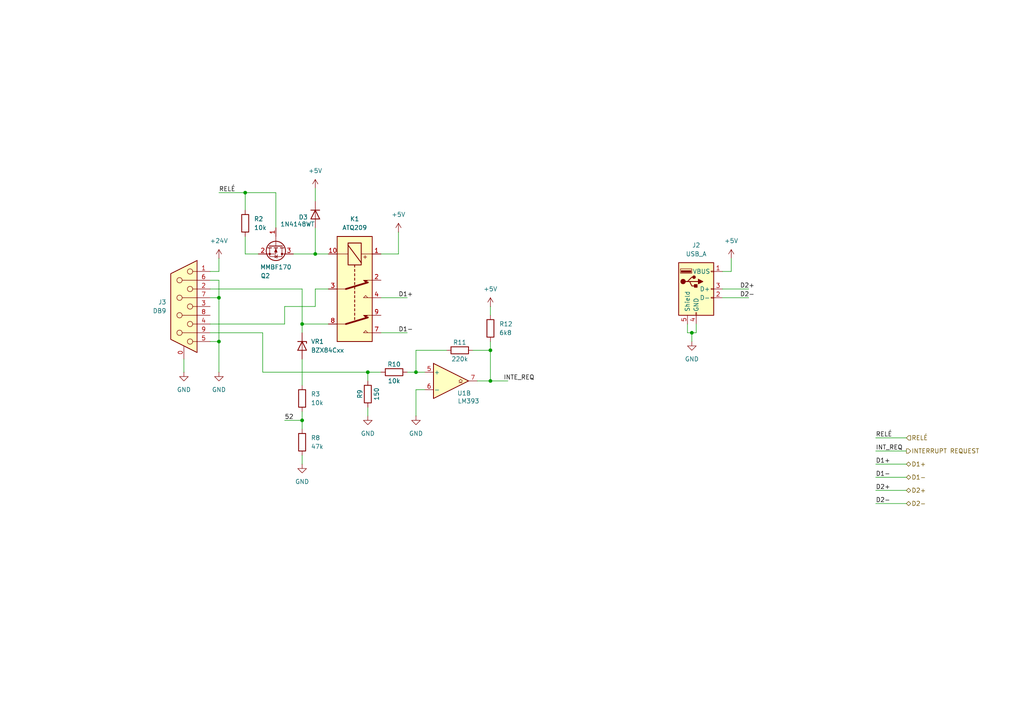
<source format=kicad_sch>
(kicad_sch
	(version 20231120)
	(generator "eeschema")
	(generator_version "8.0")
	(uuid "0749d5a5-df1d-4e35-a76d-2ddcd754d1b4")
	(paper "A4")
	(title_block
		(title "FDU3")
		(date "2024-07-20")
		(rev "V1.0")
		(company "MASP Eletrônica")
		(comment 1 "Author: Eric S. F. Roseiro")
	)
	(lib_symbols
		(symbol "Comparator:LM393"
			(pin_names
				(offset 0.127)
			)
			(exclude_from_sim no)
			(in_bom yes)
			(on_board yes)
			(property "Reference" "U"
				(at 3.81 3.81 0)
				(effects
					(font
						(size 1.27 1.27)
					)
				)
			)
			(property "Value" "LM393"
				(at 6.35 -3.81 0)
				(effects
					(font
						(size 1.27 1.27)
					)
				)
			)
			(property "Footprint" ""
				(at 0 0 0)
				(effects
					(font
						(size 1.27 1.27)
					)
					(hide yes)
				)
			)
			(property "Datasheet" "http://www.ti.com/lit/ds/symlink/lm393.pdf"
				(at 0 0 0)
				(effects
					(font
						(size 1.27 1.27)
					)
					(hide yes)
				)
			)
			(property "Description" "Low-Power, Low-Offset Voltage, Dual Comparators, DIP-8/SOIC-8/TO-99-8"
				(at 0 0 0)
				(effects
					(font
						(size 1.27 1.27)
					)
					(hide yes)
				)
			)
			(property "ki_locked" ""
				(at 0 0 0)
				(effects
					(font
						(size 1.27 1.27)
					)
				)
			)
			(property "ki_keywords" "cmp open collector"
				(at 0 0 0)
				(effects
					(font
						(size 1.27 1.27)
					)
					(hide yes)
				)
			)
			(property "ki_fp_filters" "SOIC*3.9x4.9mm*P1.27mm* DIP*W7.62mm* SOP*5.28x5.23mm*P1.27mm* VSSOP*3x3mm*P0.65mm* TSSOP*4.4x3mm*P0.65mm*"
				(at 0 0 0)
				(effects
					(font
						(size 1.27 1.27)
					)
					(hide yes)
				)
			)
			(symbol "LM393_1_1"
				(polyline
					(pts
						(xy -5.08 5.08) (xy 5.08 0) (xy -5.08 -5.08) (xy -5.08 5.08)
					)
					(stroke
						(width 0.254)
						(type default)
					)
					(fill
						(type background)
					)
				)
				(polyline
					(pts
						(xy 3.302 -0.508) (xy 2.794 -0.508) (xy 3.302 0) (xy 2.794 0.508) (xy 2.286 0) (xy 2.794 -0.508)
						(xy 2.286 -0.508)
					)
					(stroke
						(width 0.127)
						(type default)
					)
					(fill
						(type none)
					)
				)
				(pin open_collector line
					(at 7.62 0 180)
					(length 2.54)
					(name "~"
						(effects
							(font
								(size 1.27 1.27)
							)
						)
					)
					(number "1"
						(effects
							(font
								(size 1.27 1.27)
							)
						)
					)
				)
				(pin input line
					(at -7.62 -2.54 0)
					(length 2.54)
					(name "-"
						(effects
							(font
								(size 1.27 1.27)
							)
						)
					)
					(number "2"
						(effects
							(font
								(size 1.27 1.27)
							)
						)
					)
				)
				(pin input line
					(at -7.62 2.54 0)
					(length 2.54)
					(name "+"
						(effects
							(font
								(size 1.27 1.27)
							)
						)
					)
					(number "3"
						(effects
							(font
								(size 1.27 1.27)
							)
						)
					)
				)
			)
			(symbol "LM393_2_1"
				(polyline
					(pts
						(xy -5.08 5.08) (xy 5.08 0) (xy -5.08 -5.08) (xy -5.08 5.08)
					)
					(stroke
						(width 0.254)
						(type default)
					)
					(fill
						(type background)
					)
				)
				(polyline
					(pts
						(xy 3.302 -0.508) (xy 2.794 -0.508) (xy 3.302 0) (xy 2.794 0.508) (xy 2.286 0) (xy 2.794 -0.508)
						(xy 2.286 -0.508)
					)
					(stroke
						(width 0.127)
						(type default)
					)
					(fill
						(type none)
					)
				)
				(pin input line
					(at -7.62 2.54 0)
					(length 2.54)
					(name "+"
						(effects
							(font
								(size 1.27 1.27)
							)
						)
					)
					(number "5"
						(effects
							(font
								(size 1.27 1.27)
							)
						)
					)
				)
				(pin input line
					(at -7.62 -2.54 0)
					(length 2.54)
					(name "-"
						(effects
							(font
								(size 1.27 1.27)
							)
						)
					)
					(number "6"
						(effects
							(font
								(size 1.27 1.27)
							)
						)
					)
				)
				(pin open_collector line
					(at 7.62 0 180)
					(length 2.54)
					(name "~"
						(effects
							(font
								(size 1.27 1.27)
							)
						)
					)
					(number "7"
						(effects
							(font
								(size 1.27 1.27)
							)
						)
					)
				)
			)
			(symbol "LM393_3_1"
				(pin power_in line
					(at -2.54 -7.62 90)
					(length 3.81)
					(name "V-"
						(effects
							(font
								(size 1.27 1.27)
							)
						)
					)
					(number "4"
						(effects
							(font
								(size 1.27 1.27)
							)
						)
					)
				)
				(pin power_in line
					(at -2.54 7.62 270)
					(length 3.81)
					(name "V+"
						(effects
							(font
								(size 1.27 1.27)
							)
						)
					)
					(number "8"
						(effects
							(font
								(size 1.27 1.27)
							)
						)
					)
				)
			)
		)
		(symbol "Connector:DE9_Receptacle_MountingHoles"
			(pin_names
				(offset 1.016) hide)
			(exclude_from_sim no)
			(in_bom yes)
			(on_board yes)
			(property "Reference" "J"
				(at 0 16.51 0)
				(effects
					(font
						(size 1.27 1.27)
					)
				)
			)
			(property "Value" "DE9_Receptacle_MountingHoles"
				(at 0 14.605 0)
				(effects
					(font
						(size 1.27 1.27)
					)
				)
			)
			(property "Footprint" ""
				(at 0 0 0)
				(effects
					(font
						(size 1.27 1.27)
					)
					(hide yes)
				)
			)
			(property "Datasheet" "~"
				(at 0 0 0)
				(effects
					(font
						(size 1.27 1.27)
					)
					(hide yes)
				)
			)
			(property "Description" "9-pin female receptacle socket D-SUB connector, Mounting Hole"
				(at 0 0 0)
				(effects
					(font
						(size 1.27 1.27)
					)
					(hide yes)
				)
			)
			(property "ki_keywords" "connector receptacle female D-SUB DB9"
				(at 0 0 0)
				(effects
					(font
						(size 1.27 1.27)
					)
					(hide yes)
				)
			)
			(property "ki_fp_filters" "DSUB*Female*"
				(at 0 0 0)
				(effects
					(font
						(size 1.27 1.27)
					)
					(hide yes)
				)
			)
			(symbol "DE9_Receptacle_MountingHoles_0_1"
				(circle
					(center -1.778 -10.16)
					(radius 0.762)
					(stroke
						(width 0)
						(type default)
					)
					(fill
						(type none)
					)
				)
				(circle
					(center -1.778 -5.08)
					(radius 0.762)
					(stroke
						(width 0)
						(type default)
					)
					(fill
						(type none)
					)
				)
				(circle
					(center -1.778 0)
					(radius 0.762)
					(stroke
						(width 0)
						(type default)
					)
					(fill
						(type none)
					)
				)
				(circle
					(center -1.778 5.08)
					(radius 0.762)
					(stroke
						(width 0)
						(type default)
					)
					(fill
						(type none)
					)
				)
				(circle
					(center -1.778 10.16)
					(radius 0.762)
					(stroke
						(width 0)
						(type default)
					)
					(fill
						(type none)
					)
				)
				(polyline
					(pts
						(xy -3.81 -10.16) (xy -2.54 -10.16)
					)
					(stroke
						(width 0)
						(type default)
					)
					(fill
						(type none)
					)
				)
				(polyline
					(pts
						(xy -3.81 -7.62) (xy 0.508 -7.62)
					)
					(stroke
						(width 0)
						(type default)
					)
					(fill
						(type none)
					)
				)
				(polyline
					(pts
						(xy -3.81 -5.08) (xy -2.54 -5.08)
					)
					(stroke
						(width 0)
						(type default)
					)
					(fill
						(type none)
					)
				)
				(polyline
					(pts
						(xy -3.81 -2.54) (xy 0.508 -2.54)
					)
					(stroke
						(width 0)
						(type default)
					)
					(fill
						(type none)
					)
				)
				(polyline
					(pts
						(xy -3.81 0) (xy -2.54 0)
					)
					(stroke
						(width 0)
						(type default)
					)
					(fill
						(type none)
					)
				)
				(polyline
					(pts
						(xy -3.81 2.54) (xy 0.508 2.54)
					)
					(stroke
						(width 0)
						(type default)
					)
					(fill
						(type none)
					)
				)
				(polyline
					(pts
						(xy -3.81 5.08) (xy -2.54 5.08)
					)
					(stroke
						(width 0)
						(type default)
					)
					(fill
						(type none)
					)
				)
				(polyline
					(pts
						(xy -3.81 7.62) (xy 0.508 7.62)
					)
					(stroke
						(width 0)
						(type default)
					)
					(fill
						(type none)
					)
				)
				(polyline
					(pts
						(xy -3.81 10.16) (xy -2.54 10.16)
					)
					(stroke
						(width 0)
						(type default)
					)
					(fill
						(type none)
					)
				)
				(polyline
					(pts
						(xy -3.81 13.335) (xy -3.81 -13.335) (xy 3.81 -9.525) (xy 3.81 9.525) (xy -3.81 13.335)
					)
					(stroke
						(width 0.254)
						(type default)
					)
					(fill
						(type background)
					)
				)
				(circle
					(center 1.27 -7.62)
					(radius 0.762)
					(stroke
						(width 0)
						(type default)
					)
					(fill
						(type none)
					)
				)
				(circle
					(center 1.27 -2.54)
					(radius 0.762)
					(stroke
						(width 0)
						(type default)
					)
					(fill
						(type none)
					)
				)
				(circle
					(center 1.27 2.54)
					(radius 0.762)
					(stroke
						(width 0)
						(type default)
					)
					(fill
						(type none)
					)
				)
				(circle
					(center 1.27 7.62)
					(radius 0.762)
					(stroke
						(width 0)
						(type default)
					)
					(fill
						(type none)
					)
				)
			)
			(symbol "DE9_Receptacle_MountingHoles_1_1"
				(pin passive line
					(at 0 -15.24 90)
					(length 3.81)
					(name "PAD"
						(effects
							(font
								(size 1.27 1.27)
							)
						)
					)
					(number "0"
						(effects
							(font
								(size 1.27 1.27)
							)
						)
					)
				)
				(pin passive line
					(at -7.62 10.16 0)
					(length 3.81)
					(name "1"
						(effects
							(font
								(size 1.27 1.27)
							)
						)
					)
					(number "1"
						(effects
							(font
								(size 1.27 1.27)
							)
						)
					)
				)
				(pin passive line
					(at -7.62 5.08 0)
					(length 3.81)
					(name "2"
						(effects
							(font
								(size 1.27 1.27)
							)
						)
					)
					(number "2"
						(effects
							(font
								(size 1.27 1.27)
							)
						)
					)
				)
				(pin passive line
					(at -7.62 0 0)
					(length 3.81)
					(name "3"
						(effects
							(font
								(size 1.27 1.27)
							)
						)
					)
					(number "3"
						(effects
							(font
								(size 1.27 1.27)
							)
						)
					)
				)
				(pin passive line
					(at -7.62 -5.08 0)
					(length 3.81)
					(name "4"
						(effects
							(font
								(size 1.27 1.27)
							)
						)
					)
					(number "4"
						(effects
							(font
								(size 1.27 1.27)
							)
						)
					)
				)
				(pin passive line
					(at -7.62 -10.16 0)
					(length 3.81)
					(name "5"
						(effects
							(font
								(size 1.27 1.27)
							)
						)
					)
					(number "5"
						(effects
							(font
								(size 1.27 1.27)
							)
						)
					)
				)
				(pin passive line
					(at -7.62 7.62 0)
					(length 3.81)
					(name "6"
						(effects
							(font
								(size 1.27 1.27)
							)
						)
					)
					(number "6"
						(effects
							(font
								(size 1.27 1.27)
							)
						)
					)
				)
				(pin passive line
					(at -7.62 2.54 0)
					(length 3.81)
					(name "7"
						(effects
							(font
								(size 1.27 1.27)
							)
						)
					)
					(number "7"
						(effects
							(font
								(size 1.27 1.27)
							)
						)
					)
				)
				(pin passive line
					(at -7.62 -2.54 0)
					(length 3.81)
					(name "8"
						(effects
							(font
								(size 1.27 1.27)
							)
						)
					)
					(number "8"
						(effects
							(font
								(size 1.27 1.27)
							)
						)
					)
				)
				(pin passive line
					(at -7.62 -7.62 0)
					(length 3.81)
					(name "9"
						(effects
							(font
								(size 1.27 1.27)
							)
						)
					)
					(number "9"
						(effects
							(font
								(size 1.27 1.27)
							)
						)
					)
				)
			)
		)
		(symbol "Connector:USB_A"
			(pin_names
				(offset 1.016)
			)
			(exclude_from_sim no)
			(in_bom yes)
			(on_board yes)
			(property "Reference" "J"
				(at -5.08 11.43 0)
				(effects
					(font
						(size 1.27 1.27)
					)
					(justify left)
				)
			)
			(property "Value" "USB_A"
				(at -5.08 8.89 0)
				(effects
					(font
						(size 1.27 1.27)
					)
					(justify left)
				)
			)
			(property "Footprint" ""
				(at 3.81 -1.27 0)
				(effects
					(font
						(size 1.27 1.27)
					)
					(hide yes)
				)
			)
			(property "Datasheet" "~"
				(at 3.81 -1.27 0)
				(effects
					(font
						(size 1.27 1.27)
					)
					(hide yes)
				)
			)
			(property "Description" "USB Type A connector"
				(at 0 0 0)
				(effects
					(font
						(size 1.27 1.27)
					)
					(hide yes)
				)
			)
			(property "ki_keywords" "connector USB"
				(at 0 0 0)
				(effects
					(font
						(size 1.27 1.27)
					)
					(hide yes)
				)
			)
			(property "ki_fp_filters" "USB*"
				(at 0 0 0)
				(effects
					(font
						(size 1.27 1.27)
					)
					(hide yes)
				)
			)
			(symbol "USB_A_0_1"
				(rectangle
					(start -5.08 -7.62)
					(end 5.08 7.62)
					(stroke
						(width 0.254)
						(type default)
					)
					(fill
						(type background)
					)
				)
				(circle
					(center -3.81 2.159)
					(radius 0.635)
					(stroke
						(width 0.254)
						(type default)
					)
					(fill
						(type outline)
					)
				)
				(rectangle
					(start -1.524 4.826)
					(end -4.318 5.334)
					(stroke
						(width 0)
						(type default)
					)
					(fill
						(type outline)
					)
				)
				(rectangle
					(start -1.27 4.572)
					(end -4.572 5.842)
					(stroke
						(width 0)
						(type default)
					)
					(fill
						(type none)
					)
				)
				(circle
					(center -0.635 3.429)
					(radius 0.381)
					(stroke
						(width 0.254)
						(type default)
					)
					(fill
						(type outline)
					)
				)
				(rectangle
					(start -0.127 -7.62)
					(end 0.127 -6.858)
					(stroke
						(width 0)
						(type default)
					)
					(fill
						(type none)
					)
				)
				(polyline
					(pts
						(xy -3.175 2.159) (xy -2.54 2.159) (xy -1.27 3.429) (xy -0.635 3.429)
					)
					(stroke
						(width 0.254)
						(type default)
					)
					(fill
						(type none)
					)
				)
				(polyline
					(pts
						(xy -2.54 2.159) (xy -1.905 2.159) (xy -1.27 0.889) (xy 0 0.889)
					)
					(stroke
						(width 0.254)
						(type default)
					)
					(fill
						(type none)
					)
				)
				(polyline
					(pts
						(xy 0.635 2.794) (xy 0.635 1.524) (xy 1.905 2.159) (xy 0.635 2.794)
					)
					(stroke
						(width 0.254)
						(type default)
					)
					(fill
						(type outline)
					)
				)
				(rectangle
					(start 0.254 1.27)
					(end -0.508 0.508)
					(stroke
						(width 0.254)
						(type default)
					)
					(fill
						(type outline)
					)
				)
				(rectangle
					(start 5.08 -2.667)
					(end 4.318 -2.413)
					(stroke
						(width 0)
						(type default)
					)
					(fill
						(type none)
					)
				)
				(rectangle
					(start 5.08 -0.127)
					(end 4.318 0.127)
					(stroke
						(width 0)
						(type default)
					)
					(fill
						(type none)
					)
				)
				(rectangle
					(start 5.08 4.953)
					(end 4.318 5.207)
					(stroke
						(width 0)
						(type default)
					)
					(fill
						(type none)
					)
				)
			)
			(symbol "USB_A_1_1"
				(polyline
					(pts
						(xy -1.905 2.159) (xy 0.635 2.159)
					)
					(stroke
						(width 0.254)
						(type default)
					)
					(fill
						(type none)
					)
				)
				(pin power_in line
					(at 7.62 5.08 180)
					(length 2.54)
					(name "VBUS"
						(effects
							(font
								(size 1.27 1.27)
							)
						)
					)
					(number "1"
						(effects
							(font
								(size 1.27 1.27)
							)
						)
					)
				)
				(pin bidirectional line
					(at 7.62 -2.54 180)
					(length 2.54)
					(name "D-"
						(effects
							(font
								(size 1.27 1.27)
							)
						)
					)
					(number "2"
						(effects
							(font
								(size 1.27 1.27)
							)
						)
					)
				)
				(pin bidirectional line
					(at 7.62 0 180)
					(length 2.54)
					(name "D+"
						(effects
							(font
								(size 1.27 1.27)
							)
						)
					)
					(number "3"
						(effects
							(font
								(size 1.27 1.27)
							)
						)
					)
				)
				(pin power_in line
					(at 0 -10.16 90)
					(length 2.54)
					(name "GND"
						(effects
							(font
								(size 1.27 1.27)
							)
						)
					)
					(number "4"
						(effects
							(font
								(size 1.27 1.27)
							)
						)
					)
				)
				(pin passive line
					(at -2.54 -10.16 90)
					(length 2.54)
					(name "Shield"
						(effects
							(font
								(size 1.27 1.27)
							)
						)
					)
					(number "5"
						(effects
							(font
								(size 1.27 1.27)
							)
						)
					)
				)
			)
		)
		(symbol "Device:R"
			(pin_numbers hide)
			(pin_names
				(offset 0)
			)
			(exclude_from_sim no)
			(in_bom yes)
			(on_board yes)
			(property "Reference" "R"
				(at 2.032 0 90)
				(effects
					(font
						(size 1.27 1.27)
					)
				)
			)
			(property "Value" "R"
				(at 0 0 90)
				(effects
					(font
						(size 1.27 1.27)
					)
				)
			)
			(property "Footprint" ""
				(at -1.778 0 90)
				(effects
					(font
						(size 1.27 1.27)
					)
					(hide yes)
				)
			)
			(property "Datasheet" "~"
				(at 0 0 0)
				(effects
					(font
						(size 1.27 1.27)
					)
					(hide yes)
				)
			)
			(property "Description" "Resistor"
				(at 0 0 0)
				(effects
					(font
						(size 1.27 1.27)
					)
					(hide yes)
				)
			)
			(property "ki_keywords" "R res resistor"
				(at 0 0 0)
				(effects
					(font
						(size 1.27 1.27)
					)
					(hide yes)
				)
			)
			(property "ki_fp_filters" "R_*"
				(at 0 0 0)
				(effects
					(font
						(size 1.27 1.27)
					)
					(hide yes)
				)
			)
			(symbol "R_0_1"
				(rectangle
					(start -1.016 -2.54)
					(end 1.016 2.54)
					(stroke
						(width 0.254)
						(type default)
					)
					(fill
						(type none)
					)
				)
			)
			(symbol "R_1_1"
				(pin passive line
					(at 0 3.81 270)
					(length 1.27)
					(name "~"
						(effects
							(font
								(size 1.27 1.27)
							)
						)
					)
					(number "1"
						(effects
							(font
								(size 1.27 1.27)
							)
						)
					)
				)
				(pin passive line
					(at 0 -3.81 90)
					(length 1.27)
					(name "~"
						(effects
							(font
								(size 1.27 1.27)
							)
						)
					)
					(number "2"
						(effects
							(font
								(size 1.27 1.27)
							)
						)
					)
				)
			)
		)
		(symbol "Diode:1N4148WT"
			(pin_numbers hide)
			(pin_names hide)
			(exclude_from_sim no)
			(in_bom yes)
			(on_board yes)
			(property "Reference" "D"
				(at 0 2.54 0)
				(effects
					(font
						(size 1.27 1.27)
					)
				)
			)
			(property "Value" "1N4148WT"
				(at 0 -2.54 0)
				(effects
					(font
						(size 1.27 1.27)
					)
				)
			)
			(property "Footprint" "Diode_SMD:D_SOD-523"
				(at 0 -4.445 0)
				(effects
					(font
						(size 1.27 1.27)
					)
					(hide yes)
				)
			)
			(property "Datasheet" "https://www.diodes.com/assets/Datasheets/ds30396.pdf"
				(at 0 0 0)
				(effects
					(font
						(size 1.27 1.27)
					)
					(hide yes)
				)
			)
			(property "Description" "75V 0.15A Fast switching Diode, SOD-523"
				(at 0 0 0)
				(effects
					(font
						(size 1.27 1.27)
					)
					(hide yes)
				)
			)
			(property "Sim.Device" "D"
				(at 0 0 0)
				(effects
					(font
						(size 1.27 1.27)
					)
					(hide yes)
				)
			)
			(property "Sim.Pins" "1=K 2=A"
				(at 0 0 0)
				(effects
					(font
						(size 1.27 1.27)
					)
					(hide yes)
				)
			)
			(property "ki_keywords" "diode"
				(at 0 0 0)
				(effects
					(font
						(size 1.27 1.27)
					)
					(hide yes)
				)
			)
			(property "ki_fp_filters" "D*SOD?523*"
				(at 0 0 0)
				(effects
					(font
						(size 1.27 1.27)
					)
					(hide yes)
				)
			)
			(symbol "1N4148WT_0_1"
				(polyline
					(pts
						(xy -1.27 1.27) (xy -1.27 -1.27)
					)
					(stroke
						(width 0.254)
						(type default)
					)
					(fill
						(type none)
					)
				)
				(polyline
					(pts
						(xy 1.27 0) (xy -1.27 0)
					)
					(stroke
						(width 0)
						(type default)
					)
					(fill
						(type none)
					)
				)
				(polyline
					(pts
						(xy 1.27 1.27) (xy 1.27 -1.27) (xy -1.27 0) (xy 1.27 1.27)
					)
					(stroke
						(width 0.254)
						(type default)
					)
					(fill
						(type none)
					)
				)
			)
			(symbol "1N4148WT_1_1"
				(pin passive line
					(at -3.81 0 0)
					(length 2.54)
					(name "K"
						(effects
							(font
								(size 1.27 1.27)
							)
						)
					)
					(number "1"
						(effects
							(font
								(size 1.27 1.27)
							)
						)
					)
				)
				(pin passive line
					(at 3.81 0 180)
					(length 2.54)
					(name "A"
						(effects
							(font
								(size 1.27 1.27)
							)
						)
					)
					(number "2"
						(effects
							(font
								(size 1.27 1.27)
							)
						)
					)
				)
			)
		)
		(symbol "Diode:BZX84Cxx"
			(pin_numbers hide)
			(pin_names hide)
			(exclude_from_sim no)
			(in_bom yes)
			(on_board yes)
			(property "Reference" "D"
				(at 0 3.81 0)
				(effects
					(font
						(size 1.27 1.27)
					)
				)
			)
			(property "Value" "BZX84Cxx"
				(at 0 -3.81 0)
				(effects
					(font
						(size 1.27 1.27)
					)
				)
			)
			(property "Footprint" "Package_TO_SOT_SMD:SOT-23"
				(at 0 0 0)
				(effects
					(font
						(size 1.27 1.27)
					)
					(hide yes)
				)
			)
			(property "Datasheet" "https://diotec.com/tl_files/diotec/files/pdf/datasheets/bzx84c2v4.pdf"
				(at 0 0 0)
				(effects
					(font
						(size 1.27 1.27)
					)
					(hide yes)
				)
			)
			(property "Description" "300mW Zener Diode, SOT-23"
				(at 0 0 0)
				(effects
					(font
						(size 1.27 1.27)
					)
					(hide yes)
				)
			)
			(property "ki_keywords" "zener diode"
				(at 0 0 0)
				(effects
					(font
						(size 1.27 1.27)
					)
					(hide yes)
				)
			)
			(property "ki_fp_filters" "SOT?23*"
				(at 0 0 0)
				(effects
					(font
						(size 1.27 1.27)
					)
					(hide yes)
				)
			)
			(symbol "BZX84Cxx_0_1"
				(polyline
					(pts
						(xy 1.27 0) (xy -1.27 0)
					)
					(stroke
						(width 0)
						(type default)
					)
					(fill
						(type none)
					)
				)
				(polyline
					(pts
						(xy -1.27 -1.27) (xy -1.27 1.27) (xy -0.762 1.27)
					)
					(stroke
						(width 0.254)
						(type default)
					)
					(fill
						(type none)
					)
				)
				(polyline
					(pts
						(xy 1.27 -1.27) (xy 1.27 1.27) (xy -1.27 0) (xy 1.27 -1.27)
					)
					(stroke
						(width 0.254)
						(type default)
					)
					(fill
						(type none)
					)
				)
			)
			(symbol "BZX84Cxx_1_1"
				(pin passive line
					(at 3.81 0 180)
					(length 2.54)
					(name "A"
						(effects
							(font
								(size 1.27 1.27)
							)
						)
					)
					(number "1"
						(effects
							(font
								(size 1.27 1.27)
							)
						)
					)
				)
				(pin no_connect line
					(at 1.27 0 180)
					(length 2.54) hide
					(name "NC"
						(effects
							(font
								(size 1.27 1.27)
							)
						)
					)
					(number "2"
						(effects
							(font
								(size 1.27 1.27)
							)
						)
					)
				)
				(pin passive line
					(at -3.81 0 0)
					(length 2.54)
					(name "K"
						(effects
							(font
								(size 1.27 1.27)
							)
						)
					)
					(number "3"
						(effects
							(font
								(size 1.27 1.27)
							)
						)
					)
				)
			)
		)
		(symbol "Relay:EC2-5NU"
			(exclude_from_sim no)
			(in_bom yes)
			(on_board yes)
			(property "Reference" "K1"
				(at 16.51 1.2701 0)
				(effects
					(font
						(size 1.27 1.27)
					)
					(justify left)
				)
			)
			(property "Value" "EC2-5NU"
				(at 16.51 -1.2699 0)
				(effects
					(font
						(size 1.27 1.27)
					)
					(justify left)
				)
			)
			(property "Footprint" "Relay_THT:Relay_DPDT_Kemet_EC2"
				(at 0 0 0)
				(effects
					(font
						(size 1.27 1.27)
					)
					(hide yes)
				)
			)
			(property "Datasheet" "https://content.kemet.com/datasheets/KEM_R7002_EC2_EE2.pdf"
				(at 0 0 0)
				(effects
					(font
						(size 1.27 1.27)
					)
					(hide yes)
				)
			)
			(property "Description" "General purpose signal relay, Kemet EC2 Series, DPDT (2 Form C), non-latching, through hole, 60W/125VA, 220VDC/250VAC, 2A, 5V DC coil"
				(at 0 0 0)
				(effects
					(font
						(size 1.27 1.27)
					)
					(hide yes)
				)
			)
			(property "ki_keywords" "signal relay double pole double throw DPDT DC coil non latching"
				(at 0 0 0)
				(effects
					(font
						(size 1.27 1.27)
					)
					(hide yes)
				)
			)
			(property "ki_fp_filters" "Relay*THT*Kemet*EC2*"
				(at 0 0 0)
				(effects
					(font
						(size 1.27 1.27)
					)
					(hide yes)
				)
			)
			(symbol "EC2-5NU_1_1"
				(rectangle
					(start -15.24 5.08)
					(end 15.24 -5.08)
					(stroke
						(width 0.254)
						(type default)
					)
					(fill
						(type background)
					)
				)
				(rectangle
					(start -13.335 1.905)
					(end -6.985 -1.905)
					(stroke
						(width 0.254)
						(type default)
					)
					(fill
						(type none)
					)
				)
				(polyline
					(pts
						(xy -12.7 -1.905) (xy -7.62 1.905)
					)
					(stroke
						(width 0.254)
						(type default)
					)
					(fill
						(type none)
					)
				)
				(polyline
					(pts
						(xy -10.16 -5.08) (xy -10.16 -1.905)
					)
					(stroke
						(width 0)
						(type default)
					)
					(fill
						(type none)
					)
				)
				(polyline
					(pts
						(xy -10.16 5.08) (xy -10.16 1.905)
					)
					(stroke
						(width 0)
						(type default)
					)
					(fill
						(type none)
					)
				)
				(polyline
					(pts
						(xy -6.985 0) (xy -6.35 0)
					)
					(stroke
						(width 0.254)
						(type default)
					)
					(fill
						(type none)
					)
				)
				(polyline
					(pts
						(xy -5.715 0) (xy -5.08 0)
					)
					(stroke
						(width 0.254)
						(type default)
					)
					(fill
						(type none)
					)
				)
				(polyline
					(pts
						(xy -4.445 0) (xy -3.81 0)
					)
					(stroke
						(width 0.254)
						(type default)
					)
					(fill
						(type none)
					)
				)
				(polyline
					(pts
						(xy -3.175 0) (xy -2.54 0)
					)
					(stroke
						(width 0.254)
						(type default)
					)
					(fill
						(type none)
					)
				)
				(polyline
					(pts
						(xy -1.905 0) (xy -1.27 0)
					)
					(stroke
						(width 0.254)
						(type default)
					)
					(fill
						(type none)
					)
				)
				(polyline
					(pts
						(xy -0.635 0) (xy 0 0)
					)
					(stroke
						(width 0.254)
						(type default)
					)
					(fill
						(type none)
					)
				)
				(polyline
					(pts
						(xy 0 -2.54) (xy -1.905 3.81)
					)
					(stroke
						(width 0.508)
						(type default)
					)
					(fill
						(type none)
					)
				)
				(polyline
					(pts
						(xy 0 -2.54) (xy 0 -5.08)
					)
					(stroke
						(width 0)
						(type default)
					)
					(fill
						(type none)
					)
				)
				(polyline
					(pts
						(xy 0.635 0) (xy 1.27 0)
					)
					(stroke
						(width 0.254)
						(type default)
					)
					(fill
						(type none)
					)
				)
				(polyline
					(pts
						(xy 1.905 0) (xy 2.54 0)
					)
					(stroke
						(width 0.254)
						(type default)
					)
					(fill
						(type none)
					)
				)
				(polyline
					(pts
						(xy 3.175 0) (xy 3.81 0)
					)
					(stroke
						(width 0.254)
						(type default)
					)
					(fill
						(type none)
					)
				)
				(polyline
					(pts
						(xy 4.445 0) (xy 5.08 0)
					)
					(stroke
						(width 0.254)
						(type default)
					)
					(fill
						(type none)
					)
				)
				(polyline
					(pts
						(xy 5.715 0) (xy 6.35 0)
					)
					(stroke
						(width 0.254)
						(type default)
					)
					(fill
						(type none)
					)
				)
				(polyline
					(pts
						(xy 6.985 0) (xy 7.62 0)
					)
					(stroke
						(width 0.254)
						(type default)
					)
					(fill
						(type none)
					)
				)
				(polyline
					(pts
						(xy 8.255 0) (xy 8.89 0)
					)
					(stroke
						(width 0.254)
						(type default)
					)
					(fill
						(type none)
					)
				)
				(polyline
					(pts
						(xy 10.16 -2.54) (xy 8.255 3.81)
					)
					(stroke
						(width 0.508)
						(type default)
					)
					(fill
						(type none)
					)
				)
				(polyline
					(pts
						(xy 10.16 -2.54) (xy 10.16 -5.08)
					)
					(stroke
						(width 0)
						(type default)
					)
					(fill
						(type none)
					)
				)
				(polyline
					(pts
						(xy -2.54 5.08) (xy -2.54 2.54) (xy -1.905 3.175) (xy -2.54 3.81)
					)
					(stroke
						(width 0)
						(type default)
					)
					(fill
						(type outline)
					)
				)
				(polyline
					(pts
						(xy 2.54 5.08) (xy 2.54 2.54) (xy 1.905 3.175) (xy 2.54 3.81)
					)
					(stroke
						(width 0)
						(type default)
					)
					(fill
						(type none)
					)
				)
				(polyline
					(pts
						(xy 7.62 5.08) (xy 7.62 2.54) (xy 8.255 3.175) (xy 7.62 3.81)
					)
					(stroke
						(width 0)
						(type default)
					)
					(fill
						(type outline)
					)
				)
				(polyline
					(pts
						(xy 12.7 5.08) (xy 12.7 2.54) (xy 12.065 3.175) (xy 12.7 3.81)
					)
					(stroke
						(width 0)
						(type default)
					)
					(fill
						(type none)
					)
				)
				(text "+"
					(at -9.271 2.921 0)
					(effects
						(font
							(size 1.27 1.27)
						)
					)
				)
				(pin passive line
					(at -10.16 7.62 270)
					(length 2.54)
					(name "~"
						(effects
							(font
								(size 1.27 1.27)
							)
						)
					)
					(number "1"
						(effects
							(font
								(size 1.27 1.27)
							)
						)
					)
				)
				(pin passive line
					(at -10.16 -7.62 90)
					(length 2.54)
					(name "~"
						(effects
							(font
								(size 1.27 1.27)
							)
						)
					)
					(number "10"
						(effects
							(font
								(size 1.27 1.27)
							)
						)
					)
				)
				(pin passive line
					(at -2.54 7.62 270)
					(length 2.54)
					(name "~"
						(effects
							(font
								(size 1.27 1.27)
							)
						)
					)
					(number "2"
						(effects
							(font
								(size 1.27 1.27)
							)
						)
					)
				)
				(pin passive line
					(at 0 -7.62 90)
					(length 2.54)
					(name "~"
						(effects
							(font
								(size 1.27 1.27)
							)
						)
					)
					(number "3"
						(effects
							(font
								(size 1.27 1.27)
							)
						)
					)
				)
				(pin passive line
					(at 2.54 7.62 270)
					(length 2.54)
					(name "~"
						(effects
							(font
								(size 1.27 1.27)
							)
						)
					)
					(number "4"
						(effects
							(font
								(size 1.27 1.27)
							)
						)
					)
				)
				(pin passive line
					(at 12.7 7.62 270)
					(length 2.54)
					(name "~"
						(effects
							(font
								(size 1.27 1.27)
							)
						)
					)
					(number "7"
						(effects
							(font
								(size 1.27 1.27)
							)
						)
					)
				)
				(pin passive line
					(at 10.16 -7.62 90)
					(length 2.54)
					(name "~"
						(effects
							(font
								(size 1.27 1.27)
							)
						)
					)
					(number "8"
						(effects
							(font
								(size 1.27 1.27)
							)
						)
					)
				)
				(pin passive line
					(at 7.62 7.62 270)
					(length 2.54)
					(name "~"
						(effects
							(font
								(size 1.27 1.27)
							)
						)
					)
					(number "9"
						(effects
							(font
								(size 1.27 1.27)
							)
						)
					)
				)
			)
		)
		(symbol "Transistor_FET:MMBF170"
			(pin_names hide)
			(exclude_from_sim no)
			(in_bom yes)
			(on_board yes)
			(property "Reference" "Q"
				(at 5.08 1.905 0)
				(effects
					(font
						(size 1.27 1.27)
					)
					(justify left)
				)
			)
			(property "Value" "MMBF170"
				(at 5.08 0 0)
				(effects
					(font
						(size 1.27 1.27)
					)
					(justify left)
				)
			)
			(property "Footprint" "Package_TO_SOT_SMD:SOT-23"
				(at 5.08 -1.905 0)
				(effects
					(font
						(size 1.27 1.27)
						(italic yes)
					)
					(justify left)
					(hide yes)
				)
			)
			(property "Datasheet" "https://www.diodes.com/assets/Datasheets/ds30104.pdf"
				(at 5.08 -3.81 0)
				(effects
					(font
						(size 1.27 1.27)
					)
					(justify left)
					(hide yes)
				)
			)
			(property "Description" "0.5A Id, 60V Vds, N-Channel MOSFET, SOT-23"
				(at 0 0 0)
				(effects
					(font
						(size 1.27 1.27)
					)
					(hide yes)
				)
			)
			(property "ki_keywords" "N-Channel MOSFET"
				(at 0 0 0)
				(effects
					(font
						(size 1.27 1.27)
					)
					(hide yes)
				)
			)
			(property "ki_fp_filters" "SOT?23*"
				(at 0 0 0)
				(effects
					(font
						(size 1.27 1.27)
					)
					(hide yes)
				)
			)
			(symbol "MMBF170_0_1"
				(polyline
					(pts
						(xy 0.254 0) (xy -2.54 0)
					)
					(stroke
						(width 0)
						(type default)
					)
					(fill
						(type none)
					)
				)
				(polyline
					(pts
						(xy 0.254 1.905) (xy 0.254 -1.905)
					)
					(stroke
						(width 0.254)
						(type default)
					)
					(fill
						(type none)
					)
				)
				(polyline
					(pts
						(xy 0.762 -1.27) (xy 0.762 -2.286)
					)
					(stroke
						(width 0.254)
						(type default)
					)
					(fill
						(type none)
					)
				)
				(polyline
					(pts
						(xy 0.762 0.508) (xy 0.762 -0.508)
					)
					(stroke
						(width 0.254)
						(type default)
					)
					(fill
						(type none)
					)
				)
				(polyline
					(pts
						(xy 0.762 2.286) (xy 0.762 1.27)
					)
					(stroke
						(width 0.254)
						(type default)
					)
					(fill
						(type none)
					)
				)
				(polyline
					(pts
						(xy 2.54 2.54) (xy 2.54 1.778)
					)
					(stroke
						(width 0)
						(type default)
					)
					(fill
						(type none)
					)
				)
				(polyline
					(pts
						(xy 2.54 -2.54) (xy 2.54 0) (xy 0.762 0)
					)
					(stroke
						(width 0)
						(type default)
					)
					(fill
						(type none)
					)
				)
				(polyline
					(pts
						(xy 0.762 -1.778) (xy 3.302 -1.778) (xy 3.302 1.778) (xy 0.762 1.778)
					)
					(stroke
						(width 0)
						(type default)
					)
					(fill
						(type none)
					)
				)
				(polyline
					(pts
						(xy 1.016 0) (xy 2.032 0.381) (xy 2.032 -0.381) (xy 1.016 0)
					)
					(stroke
						(width 0)
						(type default)
					)
					(fill
						(type outline)
					)
				)
				(polyline
					(pts
						(xy 2.794 0.508) (xy 2.921 0.381) (xy 3.683 0.381) (xy 3.81 0.254)
					)
					(stroke
						(width 0)
						(type default)
					)
					(fill
						(type none)
					)
				)
				(polyline
					(pts
						(xy 3.302 0.381) (xy 2.921 -0.254) (xy 3.683 -0.254) (xy 3.302 0.381)
					)
					(stroke
						(width 0)
						(type default)
					)
					(fill
						(type none)
					)
				)
				(circle
					(center 1.651 0)
					(radius 2.794)
					(stroke
						(width 0.254)
						(type default)
					)
					(fill
						(type none)
					)
				)
				(circle
					(center 2.54 -1.778)
					(radius 0.254)
					(stroke
						(width 0)
						(type default)
					)
					(fill
						(type outline)
					)
				)
				(circle
					(center 2.54 1.778)
					(radius 0.254)
					(stroke
						(width 0)
						(type default)
					)
					(fill
						(type outline)
					)
				)
			)
			(symbol "MMBF170_1_1"
				(pin input line
					(at -5.08 0 0)
					(length 2.54)
					(name "G"
						(effects
							(font
								(size 1.27 1.27)
							)
						)
					)
					(number "1"
						(effects
							(font
								(size 1.27 1.27)
							)
						)
					)
				)
				(pin passive line
					(at 2.54 -5.08 90)
					(length 2.54)
					(name "S"
						(effects
							(font
								(size 1.27 1.27)
							)
						)
					)
					(number "2"
						(effects
							(font
								(size 1.27 1.27)
							)
						)
					)
				)
				(pin passive line
					(at 2.54 5.08 270)
					(length 2.54)
					(name "D"
						(effects
							(font
								(size 1.27 1.27)
							)
						)
					)
					(number "3"
						(effects
							(font
								(size 1.27 1.27)
							)
						)
					)
				)
			)
		)
		(symbol "power:+24V"
			(power)
			(pin_numbers hide)
			(pin_names
				(offset 0) hide)
			(exclude_from_sim no)
			(in_bom yes)
			(on_board yes)
			(property "Reference" "#PWR"
				(at 0 -3.81 0)
				(effects
					(font
						(size 1.27 1.27)
					)
					(hide yes)
				)
			)
			(property "Value" "+24V"
				(at 0 3.556 0)
				(effects
					(font
						(size 1.27 1.27)
					)
				)
			)
			(property "Footprint" ""
				(at 0 0 0)
				(effects
					(font
						(size 1.27 1.27)
					)
					(hide yes)
				)
			)
			(property "Datasheet" ""
				(at 0 0 0)
				(effects
					(font
						(size 1.27 1.27)
					)
					(hide yes)
				)
			)
			(property "Description" "Power symbol creates a global label with name \"+24V\""
				(at 0 0 0)
				(effects
					(font
						(size 1.27 1.27)
					)
					(hide yes)
				)
			)
			(property "ki_keywords" "global power"
				(at 0 0 0)
				(effects
					(font
						(size 1.27 1.27)
					)
					(hide yes)
				)
			)
			(symbol "+24V_0_1"
				(polyline
					(pts
						(xy -0.762 1.27) (xy 0 2.54)
					)
					(stroke
						(width 0)
						(type default)
					)
					(fill
						(type none)
					)
				)
				(polyline
					(pts
						(xy 0 0) (xy 0 2.54)
					)
					(stroke
						(width 0)
						(type default)
					)
					(fill
						(type none)
					)
				)
				(polyline
					(pts
						(xy 0 2.54) (xy 0.762 1.27)
					)
					(stroke
						(width 0)
						(type default)
					)
					(fill
						(type none)
					)
				)
			)
			(symbol "+24V_1_1"
				(pin power_in line
					(at 0 0 90)
					(length 0)
					(name "~"
						(effects
							(font
								(size 1.27 1.27)
							)
						)
					)
					(number "1"
						(effects
							(font
								(size 1.27 1.27)
							)
						)
					)
				)
			)
		)
		(symbol "power:+5V"
			(power)
			(pin_numbers hide)
			(pin_names
				(offset 0) hide)
			(exclude_from_sim no)
			(in_bom yes)
			(on_board yes)
			(property "Reference" "#PWR"
				(at 0 -3.81 0)
				(effects
					(font
						(size 1.27 1.27)
					)
					(hide yes)
				)
			)
			(property "Value" "+5V"
				(at 0 3.556 0)
				(effects
					(font
						(size 1.27 1.27)
					)
				)
			)
			(property "Footprint" ""
				(at 0 0 0)
				(effects
					(font
						(size 1.27 1.27)
					)
					(hide yes)
				)
			)
			(property "Datasheet" ""
				(at 0 0 0)
				(effects
					(font
						(size 1.27 1.27)
					)
					(hide yes)
				)
			)
			(property "Description" "Power symbol creates a global label with name \"+5V\""
				(at 0 0 0)
				(effects
					(font
						(size 1.27 1.27)
					)
					(hide yes)
				)
			)
			(property "ki_keywords" "global power"
				(at 0 0 0)
				(effects
					(font
						(size 1.27 1.27)
					)
					(hide yes)
				)
			)
			(symbol "+5V_0_1"
				(polyline
					(pts
						(xy -0.762 1.27) (xy 0 2.54)
					)
					(stroke
						(width 0)
						(type default)
					)
					(fill
						(type none)
					)
				)
				(polyline
					(pts
						(xy 0 0) (xy 0 2.54)
					)
					(stroke
						(width 0)
						(type default)
					)
					(fill
						(type none)
					)
				)
				(polyline
					(pts
						(xy 0 2.54) (xy 0.762 1.27)
					)
					(stroke
						(width 0)
						(type default)
					)
					(fill
						(type none)
					)
				)
			)
			(symbol "+5V_1_1"
				(pin power_in line
					(at 0 0 90)
					(length 0)
					(name "~"
						(effects
							(font
								(size 1.27 1.27)
							)
						)
					)
					(number "1"
						(effects
							(font
								(size 1.27 1.27)
							)
						)
					)
				)
			)
		)
		(symbol "power:GND"
			(power)
			(pin_numbers hide)
			(pin_names
				(offset 0) hide)
			(exclude_from_sim no)
			(in_bom yes)
			(on_board yes)
			(property "Reference" "#PWR"
				(at 0 -6.35 0)
				(effects
					(font
						(size 1.27 1.27)
					)
					(hide yes)
				)
			)
			(property "Value" "GND"
				(at 0 -3.81 0)
				(effects
					(font
						(size 1.27 1.27)
					)
				)
			)
			(property "Footprint" ""
				(at 0 0 0)
				(effects
					(font
						(size 1.27 1.27)
					)
					(hide yes)
				)
			)
			(property "Datasheet" ""
				(at 0 0 0)
				(effects
					(font
						(size 1.27 1.27)
					)
					(hide yes)
				)
			)
			(property "Description" "Power symbol creates a global label with name \"GND\" , ground"
				(at 0 0 0)
				(effects
					(font
						(size 1.27 1.27)
					)
					(hide yes)
				)
			)
			(property "ki_keywords" "global power"
				(at 0 0 0)
				(effects
					(font
						(size 1.27 1.27)
					)
					(hide yes)
				)
			)
			(symbol "GND_0_1"
				(polyline
					(pts
						(xy 0 0) (xy 0 -1.27) (xy 1.27 -1.27) (xy 0 -2.54) (xy -1.27 -1.27) (xy 0 -1.27)
					)
					(stroke
						(width 0)
						(type default)
					)
					(fill
						(type none)
					)
				)
			)
			(symbol "GND_1_1"
				(pin power_in line
					(at 0 0 270)
					(length 0)
					(name "~"
						(effects
							(font
								(size 1.27 1.27)
							)
						)
					)
					(number "1"
						(effects
							(font
								(size 1.27 1.27)
							)
						)
					)
				)
			)
		)
	)
	(junction
		(at 71.12 55.88)
		(diameter 0)
		(color 0 0 0 0)
		(uuid "1de42f4f-f38b-4622-b957-0d6f330e6537")
	)
	(junction
		(at 63.5 86.36)
		(diameter 0)
		(color 0 0 0 0)
		(uuid "3497f1ee-7695-4b58-bd6e-44adb0bc2ed3")
	)
	(junction
		(at 63.5 99.06)
		(diameter 0)
		(color 0 0 0 0)
		(uuid "40fcf7d1-9942-4f85-9eb3-f328dd58aec3")
	)
	(junction
		(at 91.44 73.66)
		(diameter 0)
		(color 0 0 0 0)
		(uuid "4db7f34d-5bae-4a81-9881-b2a02b54905b")
	)
	(junction
		(at 200.66 96.52)
		(diameter 0)
		(color 0 0 0 0)
		(uuid "62e6dd67-58f4-407d-94fd-1fca90ec45b3")
	)
	(junction
		(at 142.24 101.6)
		(diameter 0)
		(color 0 0 0 0)
		(uuid "714b998f-b9de-4f31-aff1-e0460e530ce3")
	)
	(junction
		(at 87.63 93.98)
		(diameter 0)
		(color 0 0 0 0)
		(uuid "8d2a3b4b-3bc0-4391-8b84-e23d0b6e0972")
	)
	(junction
		(at 106.68 107.95)
		(diameter 0)
		(color 0 0 0 0)
		(uuid "bbb00afc-a86f-4248-83d8-0447be743fa8")
	)
	(junction
		(at 120.65 107.95)
		(diameter 0)
		(color 0 0 0 0)
		(uuid "d1b2ddf1-18b0-4948-885f-ebd0e221b25f")
	)
	(junction
		(at 87.63 121.92)
		(diameter 0)
		(color 0 0 0 0)
		(uuid "d51505c3-134f-4b99-8078-09fcbc93159d")
	)
	(junction
		(at 142.24 110.49)
		(diameter 0)
		(color 0 0 0 0)
		(uuid "e77d733e-9792-4f5a-a6d9-22da13579aa5")
	)
	(wire
		(pts
			(xy 80.01 66.04) (xy 80.01 55.88)
		)
		(stroke
			(width 0)
			(type default)
		)
		(uuid "0658a85b-484d-468a-8ec6-e1056c50bd6c")
	)
	(wire
		(pts
			(xy 71.12 68.58) (xy 71.12 73.66)
		)
		(stroke
			(width 0)
			(type default)
		)
		(uuid "0c2a3f0c-709c-48d0-be0e-76e21158c6ec")
	)
	(wire
		(pts
			(xy 80.01 55.88) (xy 71.12 55.88)
		)
		(stroke
			(width 0)
			(type default)
		)
		(uuid "0ca114a6-01cc-4fec-8600-c4bd2240e73d")
	)
	(wire
		(pts
			(xy 76.2 96.52) (xy 60.96 96.52)
		)
		(stroke
			(width 0)
			(type default)
		)
		(uuid "0d3db544-d5fa-46b0-a205-328d8d916647")
	)
	(wire
		(pts
			(xy 118.11 107.95) (xy 120.65 107.95)
		)
		(stroke
			(width 0)
			(type default)
		)
		(uuid "1b7cc3fb-e570-4046-b4f1-7d1faa02a9e2")
	)
	(wire
		(pts
			(xy 87.63 121.92) (xy 87.63 124.46)
		)
		(stroke
			(width 0)
			(type default)
		)
		(uuid "22b2588b-0d28-46fd-acee-1ab2c3c52d0c")
	)
	(wire
		(pts
			(xy 95.25 73.66) (xy 91.44 73.66)
		)
		(stroke
			(width 0)
			(type default)
		)
		(uuid "24339dbf-155f-431f-8ac1-18fd2bd5fc1b")
	)
	(wire
		(pts
			(xy 87.63 83.82) (xy 87.63 93.98)
		)
		(stroke
			(width 0)
			(type default)
		)
		(uuid "247ea8f5-3c4f-43a2-a9d6-d6e39d455ec1")
	)
	(wire
		(pts
			(xy 63.5 55.88) (xy 71.12 55.88)
		)
		(stroke
			(width 0)
			(type default)
		)
		(uuid "2b5d3751-f65c-4f7a-abbe-f5271962dccf")
	)
	(wire
		(pts
			(xy 63.5 107.95) (xy 63.5 99.06)
		)
		(stroke
			(width 0)
			(type default)
		)
		(uuid "2eb37e4a-bcf7-46c2-8809-faed3edc36fa")
	)
	(wire
		(pts
			(xy 199.39 96.52) (xy 200.66 96.52)
		)
		(stroke
			(width 0)
			(type default)
		)
		(uuid "3876115b-a6e5-46f7-8d11-2f1e41679fee")
	)
	(wire
		(pts
			(xy 87.63 119.38) (xy 87.63 121.92)
		)
		(stroke
			(width 0)
			(type default)
		)
		(uuid "39265b5b-d05b-42bc-80af-2be747e98731")
	)
	(wire
		(pts
			(xy 115.57 73.66) (xy 115.57 67.31)
		)
		(stroke
			(width 0)
			(type default)
		)
		(uuid "40c021f5-18ff-4ba0-ab9c-6a76e267da41")
	)
	(wire
		(pts
			(xy 63.5 86.36) (xy 63.5 81.28)
		)
		(stroke
			(width 0)
			(type default)
		)
		(uuid "41149184-03c6-4796-a0b2-3849cb7ef26a")
	)
	(wire
		(pts
			(xy 200.66 96.52) (xy 200.66 99.06)
		)
		(stroke
			(width 0)
			(type default)
		)
		(uuid "452b0309-99a8-4d1a-806e-752969177df7")
	)
	(wire
		(pts
			(xy 138.43 110.49) (xy 142.24 110.49)
		)
		(stroke
			(width 0)
			(type default)
		)
		(uuid "4c54f69f-12c3-45ce-a9ed-e8c7d21ba340")
	)
	(wire
		(pts
			(xy 106.68 110.49) (xy 106.68 107.95)
		)
		(stroke
			(width 0)
			(type default)
		)
		(uuid "4d46e5ef-901e-419d-8d93-1ac8b1d64ae2")
	)
	(wire
		(pts
			(xy 60.96 86.36) (xy 63.5 86.36)
		)
		(stroke
			(width 0)
			(type default)
		)
		(uuid "4fd1df74-523a-4aae-9280-65c4d0a51428")
	)
	(wire
		(pts
			(xy 91.44 54.61) (xy 91.44 58.42)
		)
		(stroke
			(width 0)
			(type default)
		)
		(uuid "536c619b-7cc4-41e9-a664-2acc07d91e5e")
	)
	(wire
		(pts
			(xy 254 127) (xy 262.89 127)
		)
		(stroke
			(width 0)
			(type default)
		)
		(uuid "55be53f9-f92f-4855-8440-906af35a8daa")
	)
	(wire
		(pts
			(xy 71.12 73.66) (xy 74.93 73.66)
		)
		(stroke
			(width 0)
			(type default)
		)
		(uuid "563ccd83-1749-4f24-b0bd-2a89823fec74")
	)
	(wire
		(pts
			(xy 91.44 83.82) (xy 95.25 83.82)
		)
		(stroke
			(width 0)
			(type default)
		)
		(uuid "6509a4f8-1757-43c4-915e-e7deff02c7f4")
	)
	(wire
		(pts
			(xy 60.96 93.98) (xy 82.55 93.98)
		)
		(stroke
			(width 0)
			(type default)
		)
		(uuid "6800c73c-5112-4467-bd3d-6928ad540166")
	)
	(wire
		(pts
			(xy 120.65 101.6) (xy 120.65 107.95)
		)
		(stroke
			(width 0)
			(type default)
		)
		(uuid "686e0e02-0e27-4fc5-a61e-303b0c81c00d")
	)
	(wire
		(pts
			(xy 63.5 78.74) (xy 63.5 74.93)
		)
		(stroke
			(width 0)
			(type default)
		)
		(uuid "7602079d-174d-4a34-9754-97f2a9303817")
	)
	(wire
		(pts
			(xy 60.96 78.74) (xy 63.5 78.74)
		)
		(stroke
			(width 0)
			(type default)
		)
		(uuid "79d8db44-64c7-4939-a2b6-0575c20a6782")
	)
	(wire
		(pts
			(xy 120.65 113.03) (xy 120.65 120.65)
		)
		(stroke
			(width 0)
			(type default)
		)
		(uuid "79fecdd2-97f5-4736-a390-dabb6c1cb1d8")
	)
	(wire
		(pts
			(xy 60.96 99.06) (xy 63.5 99.06)
		)
		(stroke
			(width 0)
			(type default)
		)
		(uuid "7c300537-1315-417b-9848-bbdd12e167ff")
	)
	(wire
		(pts
			(xy 209.55 86.36) (xy 217.17 86.36)
		)
		(stroke
			(width 0)
			(type default)
		)
		(uuid "7faa8f0c-69ec-476e-b69a-ae03d86eca20")
	)
	(wire
		(pts
			(xy 209.55 83.82) (xy 217.17 83.82)
		)
		(stroke
			(width 0)
			(type default)
		)
		(uuid "82fccc67-e24b-4dec-a544-cc463621981f")
	)
	(wire
		(pts
			(xy 82.55 93.98) (xy 82.55 88.9)
		)
		(stroke
			(width 0)
			(type default)
		)
		(uuid "83d56c70-4172-4d98-be26-8b9ac9faf8aa")
	)
	(wire
		(pts
			(xy 110.49 73.66) (xy 115.57 73.66)
		)
		(stroke
			(width 0)
			(type default)
		)
		(uuid "844cfdb7-e147-4637-a680-ae16f09a45e8")
	)
	(wire
		(pts
			(xy 200.66 96.52) (xy 201.93 96.52)
		)
		(stroke
			(width 0)
			(type default)
		)
		(uuid "84e7bae8-043a-4160-a918-de76ac5f471e")
	)
	(wire
		(pts
			(xy 60.96 83.82) (xy 87.63 83.82)
		)
		(stroke
			(width 0)
			(type default)
		)
		(uuid "88f4da61-2929-4643-b1e1-b5ff4c491d0f")
	)
	(wire
		(pts
			(xy 212.09 78.74) (xy 212.09 74.93)
		)
		(stroke
			(width 0)
			(type default)
		)
		(uuid "8fc284fa-15d8-4363-8b90-0141755f5df6")
	)
	(wire
		(pts
			(xy 142.24 101.6) (xy 142.24 99.06)
		)
		(stroke
			(width 0)
			(type default)
		)
		(uuid "982c71da-6898-4543-a7eb-ab4c77b7fc02")
	)
	(wire
		(pts
			(xy 87.63 104.14) (xy 87.63 111.76)
		)
		(stroke
			(width 0)
			(type default)
		)
		(uuid "9b0f1eda-2b0d-4935-8de5-6ee8aabbfbb5")
	)
	(wire
		(pts
			(xy 87.63 93.98) (xy 87.63 96.52)
		)
		(stroke
			(width 0)
			(type default)
		)
		(uuid "9e2a995c-3128-4ed8-b598-22ddaab86723")
	)
	(wire
		(pts
			(xy 142.24 88.9) (xy 142.24 91.44)
		)
		(stroke
			(width 0)
			(type default)
		)
		(uuid "9f9b8a72-b37c-4823-b73c-84a924e7ca48")
	)
	(wire
		(pts
			(xy 110.49 96.52) (xy 118.11 96.52)
		)
		(stroke
			(width 0)
			(type default)
		)
		(uuid "a197e450-cf97-46d1-a926-a2c5cc5d2485")
	)
	(wire
		(pts
			(xy 63.5 99.06) (xy 63.5 86.36)
		)
		(stroke
			(width 0)
			(type default)
		)
		(uuid "a1d68bd9-dd3a-486a-b35a-ee8fb211426b")
	)
	(wire
		(pts
			(xy 142.24 110.49) (xy 147.32 110.49)
		)
		(stroke
			(width 0)
			(type default)
		)
		(uuid "a7fa4b87-e7fd-4f01-a5d2-2f418900cdf2")
	)
	(wire
		(pts
			(xy 82.55 88.9) (xy 91.44 88.9)
		)
		(stroke
			(width 0)
			(type default)
		)
		(uuid "aa409b35-c2d6-46d0-b138-55cafbfa5b09")
	)
	(wire
		(pts
			(xy 137.16 101.6) (xy 142.24 101.6)
		)
		(stroke
			(width 0)
			(type default)
		)
		(uuid "b15ea0f0-dd50-4b6a-a570-aa3e8742b2a9")
	)
	(wire
		(pts
			(xy 254 130.81) (xy 262.89 130.81)
		)
		(stroke
			(width 0)
			(type default)
		)
		(uuid "b2b3221f-7bd9-42e0-9380-f3bbe1790866")
	)
	(wire
		(pts
			(xy 201.93 96.52) (xy 201.93 93.98)
		)
		(stroke
			(width 0)
			(type default)
		)
		(uuid "b4f326b1-ae63-4d06-8782-880fbf88a48e")
	)
	(wire
		(pts
			(xy 76.2 107.95) (xy 106.68 107.95)
		)
		(stroke
			(width 0)
			(type default)
		)
		(uuid "b61db136-88d1-4b86-beed-d52c0e3ff592")
	)
	(wire
		(pts
			(xy 71.12 55.88) (xy 71.12 60.96)
		)
		(stroke
			(width 0)
			(type default)
		)
		(uuid "c33af3ba-bbc2-49fd-8576-2ff6ad85b303")
	)
	(wire
		(pts
			(xy 254 142.24) (xy 262.89 142.24)
		)
		(stroke
			(width 0)
			(type default)
		)
		(uuid "c367c1af-3adb-4570-9fc0-72c03c7ea79c")
	)
	(wire
		(pts
			(xy 91.44 88.9) (xy 91.44 83.82)
		)
		(stroke
			(width 0)
			(type default)
		)
		(uuid "ca570d5e-7e91-4b8c-a717-a38877f7bacf")
	)
	(wire
		(pts
			(xy 53.34 104.14) (xy 53.34 107.95)
		)
		(stroke
			(width 0)
			(type default)
		)
		(uuid "cab6fb31-a58c-4040-916a-c0a5cc4f1dc7")
	)
	(wire
		(pts
			(xy 87.63 132.08) (xy 87.63 134.62)
		)
		(stroke
			(width 0)
			(type default)
		)
		(uuid "ccf96ae4-69a2-4755-97a9-7fa3a6cfb3dc")
	)
	(wire
		(pts
			(xy 87.63 93.98) (xy 95.25 93.98)
		)
		(stroke
			(width 0)
			(type default)
		)
		(uuid "cd854cf5-e0d5-4770-8d5e-6c9203ca8a6c")
	)
	(wire
		(pts
			(xy 209.55 78.74) (xy 212.09 78.74)
		)
		(stroke
			(width 0)
			(type default)
		)
		(uuid "cdff7700-9bdc-49f8-9e6f-fb8218af12e9")
	)
	(wire
		(pts
			(xy 82.55 121.92) (xy 87.63 121.92)
		)
		(stroke
			(width 0)
			(type default)
		)
		(uuid "ce738607-f8ba-4801-85ec-8080166ec801")
	)
	(wire
		(pts
			(xy 254 146.05) (xy 262.89 146.05)
		)
		(stroke
			(width 0)
			(type default)
		)
		(uuid "d3c05c43-0e97-40c2-8e2b-dd2f7acddf64")
	)
	(wire
		(pts
			(xy 76.2 107.95) (xy 76.2 96.52)
		)
		(stroke
			(width 0)
			(type default)
		)
		(uuid "d3eba92d-b0a4-4f7e-b16a-67095e8bd56e")
	)
	(wire
		(pts
			(xy 120.65 107.95) (xy 123.19 107.95)
		)
		(stroke
			(width 0)
			(type default)
		)
		(uuid "d576e7e5-231a-47cc-bf1c-ba91cf245f7c")
	)
	(wire
		(pts
			(xy 63.5 81.28) (xy 60.96 81.28)
		)
		(stroke
			(width 0)
			(type default)
		)
		(uuid "da73208b-ce6a-44a4-bc5c-68370240cfe7")
	)
	(wire
		(pts
			(xy 85.09 73.66) (xy 91.44 73.66)
		)
		(stroke
			(width 0)
			(type default)
		)
		(uuid "de806914-f278-4b05-976e-804b40cb9fce")
	)
	(wire
		(pts
			(xy 129.54 101.6) (xy 120.65 101.6)
		)
		(stroke
			(width 0)
			(type default)
		)
		(uuid "dee8448a-8ed5-48e8-a739-9f108539150b")
	)
	(wire
		(pts
			(xy 254 134.62) (xy 262.89 134.62)
		)
		(stroke
			(width 0)
			(type default)
		)
		(uuid "e1cc2a40-8d17-46bf-862d-db62a371b069")
	)
	(wire
		(pts
			(xy 106.68 118.11) (xy 106.68 120.65)
		)
		(stroke
			(width 0)
			(type default)
		)
		(uuid "e6855c77-d22d-457a-9159-a2376dd4e205")
	)
	(wire
		(pts
			(xy 254 138.43) (xy 262.89 138.43)
		)
		(stroke
			(width 0)
			(type default)
		)
		(uuid "eb83655a-60c3-4c5d-b18f-7fb99875328f")
	)
	(wire
		(pts
			(xy 199.39 93.98) (xy 199.39 96.52)
		)
		(stroke
			(width 0)
			(type default)
		)
		(uuid "edd292a2-758e-4022-b599-e76025ae9548")
	)
	(wire
		(pts
			(xy 123.19 113.03) (xy 120.65 113.03)
		)
		(stroke
			(width 0)
			(type default)
		)
		(uuid "f430d258-f96a-4342-99a0-ec4c59a05338")
	)
	(wire
		(pts
			(xy 110.49 86.36) (xy 118.11 86.36)
		)
		(stroke
			(width 0)
			(type default)
		)
		(uuid "f7aa28d6-8e0a-4402-b069-21a38c29af3b")
	)
	(wire
		(pts
			(xy 106.68 107.95) (xy 110.49 107.95)
		)
		(stroke
			(width 0)
			(type default)
		)
		(uuid "f99d2c12-8449-4370-ad6d-25d348138df7")
	)
	(wire
		(pts
			(xy 91.44 73.66) (xy 91.44 66.04)
		)
		(stroke
			(width 0)
			(type default)
		)
		(uuid "f9e52b98-7f63-4450-ad4f-3d284f97a5e3")
	)
	(wire
		(pts
			(xy 142.24 110.49) (xy 142.24 101.6)
		)
		(stroke
			(width 0)
			(type default)
		)
		(uuid "fef499e8-a233-42e0-950e-f39abb8eb854")
	)
	(label "D2-"
		(at 214.63 86.36 0)
		(fields_autoplaced yes)
		(effects
			(font
				(size 1.27 1.27)
			)
			(justify left bottom)
		)
		(uuid "018d9c25-20f4-4f0a-86df-530cfdfa2372")
	)
	(label "D1+"
		(at 115.57 86.36 0)
		(fields_autoplaced yes)
		(effects
			(font
				(size 1.27 1.27)
			)
			(justify left bottom)
		)
		(uuid "0ed3c227-5f6c-47c7-9b79-f1006dfc4102")
	)
	(label "RELÉ"
		(at 254 127 0)
		(fields_autoplaced yes)
		(effects
			(font
				(size 1.27 1.27)
			)
			(justify left bottom)
		)
		(uuid "27a233d6-adad-4ce7-97e0-262a892091c5")
	)
	(label "D1-"
		(at 115.57 96.52 0)
		(fields_autoplaced yes)
		(effects
			(font
				(size 1.27 1.27)
			)
			(justify left bottom)
		)
		(uuid "4219f832-f632-4603-a629-03403840d4b4")
	)
	(label "D2+"
		(at 214.63 83.82 0)
		(fields_autoplaced yes)
		(effects
			(font
				(size 1.27 1.27)
			)
			(justify left bottom)
		)
		(uuid "4acaac15-3ef5-4552-89b5-f423ff4964b3")
	)
	(label "D1+"
		(at 254 134.62 0)
		(fields_autoplaced yes)
		(effects
			(font
				(size 1.27 1.27)
			)
			(justify left bottom)
		)
		(uuid "4b1041e1-ca77-464c-845b-c6d208d67e4e")
	)
	(label "D2-"
		(at 254 146.05 0)
		(fields_autoplaced yes)
		(effects
			(font
				(size 1.27 1.27)
			)
			(justify left bottom)
		)
		(uuid "57b22d6c-5de9-4acc-9dc7-adc94874c2bf")
	)
	(label "INTE_REQ"
		(at 146.05 110.49 0)
		(fields_autoplaced yes)
		(effects
			(font
				(size 1.27 1.27)
			)
			(justify left bottom)
		)
		(uuid "a8812d04-5556-454c-b13e-ce1916b5704d")
	)
	(label "RELÉ"
		(at 63.5 55.88 0)
		(fields_autoplaced yes)
		(effects
			(font
				(size 1.27 1.27)
			)
			(justify left bottom)
		)
		(uuid "b7a57488-3511-4cfe-9d62-fc96ff78bc57")
	)
	(label "INT_REQ"
		(at 254 130.81 0)
		(fields_autoplaced yes)
		(effects
			(font
				(size 1.27 1.27)
			)
			(justify left bottom)
		)
		(uuid "e124ee6f-0aa4-4cd4-ae15-8708303a5a81")
	)
	(label "D1-"
		(at 254 138.43 0)
		(fields_autoplaced yes)
		(effects
			(font
				(size 1.27 1.27)
			)
			(justify left bottom)
		)
		(uuid "e3ed3711-1fd3-4ede-9c98-7c38d5856b2a")
	)
	(label "D2+"
		(at 254 142.24 0)
		(fields_autoplaced yes)
		(effects
			(font
				(size 1.27 1.27)
			)
			(justify left bottom)
		)
		(uuid "f470c0a2-fa40-49ea-8560-ce08fd26337d")
	)
	(label "52"
		(at 82.55 121.92 0)
		(fields_autoplaced yes)
		(effects
			(font
				(size 1.27 1.27)
			)
			(justify left bottom)
		)
		(uuid "f56f7dfb-e8a5-479d-82ee-ed94327875b8")
	)
	(hierarchical_label "D1+"
		(shape bidirectional)
		(at 262.89 134.62 0)
		(fields_autoplaced yes)
		(effects
			(font
				(size 1.27 1.27)
			)
			(justify left)
		)
		(uuid "0c95f2d6-67ac-4130-a21a-23a5590e2d09")
	)
	(hierarchical_label "INTERRUPT REQUEST"
		(shape output)
		(at 262.89 130.81 0)
		(fields_autoplaced yes)
		(effects
			(font
				(size 1.27 1.27)
			)
			(justify left)
		)
		(uuid "0f39dab0-1299-4959-a1bb-ba623aeab178")
	)
	(hierarchical_label "D2-"
		(shape bidirectional)
		(at 262.89 146.05 0)
		(fields_autoplaced yes)
		(effects
			(font
				(size 1.27 1.27)
			)
			(justify left)
		)
		(uuid "5a31e117-2138-49ed-a656-825e04404d4c")
	)
	(hierarchical_label "D2+"
		(shape bidirectional)
		(at 262.89 142.24 0)
		(fields_autoplaced yes)
		(effects
			(font
				(size 1.27 1.27)
			)
			(justify left)
		)
		(uuid "87457168-e3df-4f8e-a9ff-962bc5942575")
	)
	(hierarchical_label "RELÉ"
		(shape input)
		(at 262.89 127 0)
		(fields_autoplaced yes)
		(effects
			(font
				(size 1.27 1.27)
			)
			(justify left)
		)
		(uuid "9636c55e-184f-418f-98c6-5bf2b68e04d9")
	)
	(hierarchical_label "D1-"
		(shape bidirectional)
		(at 262.89 138.43 0)
		(fields_autoplaced yes)
		(effects
			(font
				(size 1.27 1.27)
			)
			(justify left)
		)
		(uuid "d7c53842-fbd2-45c8-b92a-976ab0ce9b68")
	)
	(symbol
		(lib_id "power:+5V")
		(at 115.57 67.31 0)
		(unit 1)
		(exclude_from_sim no)
		(in_bom yes)
		(on_board yes)
		(dnp no)
		(fields_autoplaced yes)
		(uuid "00f8fa16-e853-47e8-850e-48f1a519689a")
		(property "Reference" "#PWR020"
			(at 115.57 71.12 0)
			(effects
				(font
					(size 1.27 1.27)
				)
				(hide yes)
			)
		)
		(property "Value" "+5V"
			(at 115.57 62.23 0)
			(effects
				(font
					(size 1.27 1.27)
				)
			)
		)
		(property "Footprint" ""
			(at 115.57 67.31 0)
			(effects
				(font
					(size 1.27 1.27)
				)
				(hide yes)
			)
		)
		(property "Datasheet" ""
			(at 115.57 67.31 0)
			(effects
				(font
					(size 1.27 1.27)
				)
				(hide yes)
			)
		)
		(property "Description" "Power symbol creates a global label with name \"+5V\""
			(at 115.57 67.31 0)
			(effects
				(font
					(size 1.27 1.27)
				)
				(hide yes)
			)
		)
		(pin "1"
			(uuid "270ba085-5b43-49dc-b089-bd0541c714d9")
		)
		(instances
			(project "FDU-3"
				(path "/838ef48d-a1a0-48d3-8a2a-f7f35ad9b052/dbb4fdf5-7900-41fc-887b-5fd95aeb8118"
					(reference "#PWR020")
					(unit 1)
				)
			)
		)
	)
	(symbol
		(lib_id "Device:R")
		(at 114.3 107.95 90)
		(unit 1)
		(exclude_from_sim no)
		(in_bom yes)
		(on_board yes)
		(dnp no)
		(uuid "01164e86-131c-48c4-9dfe-33c58af0e83a")
		(property "Reference" "R10"
			(at 114.3 105.664 90)
			(effects
				(font
					(size 1.27 1.27)
				)
			)
		)
		(property "Value" "10k"
			(at 114.3 110.49 90)
			(effects
				(font
					(size 1.27 1.27)
				)
			)
		)
		(property "Footprint" ""
			(at 114.3 109.728 90)
			(effects
				(font
					(size 1.27 1.27)
				)
				(hide yes)
			)
		)
		(property "Datasheet" "~"
			(at 114.3 107.95 0)
			(effects
				(font
					(size 1.27 1.27)
				)
				(hide yes)
			)
		)
		(property "Description" "Resistor"
			(at 114.3 107.95 0)
			(effects
				(font
					(size 1.27 1.27)
				)
				(hide yes)
			)
		)
		(pin "1"
			(uuid "d1f75be6-e521-4751-86c3-b6e4d5ed0a7b")
		)
		(pin "2"
			(uuid "529a0665-9a99-4499-973e-fb2bd6728fa8")
		)
		(instances
			(project "FDU-3"
				(path "/838ef48d-a1a0-48d3-8a2a-f7f35ad9b052/dbb4fdf5-7900-41fc-887b-5fd95aeb8118"
					(reference "R10")
					(unit 1)
				)
			)
		)
	)
	(symbol
		(lib_id "power:GND")
		(at 120.65 120.65 0)
		(unit 1)
		(exclude_from_sim no)
		(in_bom yes)
		(on_board yes)
		(dnp no)
		(fields_autoplaced yes)
		(uuid "0135b325-f902-4590-863d-91c7d8333b39")
		(property "Reference" "#PWR021"
			(at 120.65 127 0)
			(effects
				(font
					(size 1.27 1.27)
				)
				(hide yes)
			)
		)
		(property "Value" "GND"
			(at 120.65 125.73 0)
			(effects
				(font
					(size 1.27 1.27)
				)
			)
		)
		(property "Footprint" ""
			(at 120.65 120.65 0)
			(effects
				(font
					(size 1.27 1.27)
				)
				(hide yes)
			)
		)
		(property "Datasheet" ""
			(at 120.65 120.65 0)
			(effects
				(font
					(size 1.27 1.27)
				)
				(hide yes)
			)
		)
		(property "Description" "Power symbol creates a global label with name \"GND\" , ground"
			(at 120.65 120.65 0)
			(effects
				(font
					(size 1.27 1.27)
				)
				(hide yes)
			)
		)
		(pin "1"
			(uuid "d9309cfe-5857-4af4-8a99-3b96a6332f11")
		)
		(instances
			(project "FDU-3"
				(path "/838ef48d-a1a0-48d3-8a2a-f7f35ad9b052/dbb4fdf5-7900-41fc-887b-5fd95aeb8118"
					(reference "#PWR021")
					(unit 1)
				)
			)
		)
	)
	(symbol
		(lib_id "Connector:USB_A")
		(at 201.93 83.82 0)
		(unit 1)
		(exclude_from_sim no)
		(in_bom yes)
		(on_board yes)
		(dnp no)
		(fields_autoplaced yes)
		(uuid "0b28351e-3dd4-4344-a81e-94ee3bd4e116")
		(property "Reference" "J2"
			(at 201.93 71.12 0)
			(effects
				(font
					(size 1.27 1.27)
				)
			)
		)
		(property "Value" "USB_A"
			(at 201.93 73.66 0)
			(effects
				(font
					(size 1.27 1.27)
				)
			)
		)
		(property "Footprint" ""
			(at 205.74 85.09 0)
			(effects
				(font
					(size 1.27 1.27)
				)
				(hide yes)
			)
		)
		(property "Datasheet" "~"
			(at 205.74 85.09 0)
			(effects
				(font
					(size 1.27 1.27)
				)
				(hide yes)
			)
		)
		(property "Description" "USB Type A connector"
			(at 201.93 83.82 0)
			(effects
				(font
					(size 1.27 1.27)
				)
				(hide yes)
			)
		)
		(pin "1"
			(uuid "855cd87f-c61d-44d5-8cb4-aab6d83029fd")
		)
		(pin "3"
			(uuid "b66efe47-0e37-4338-999c-41e847bd224d")
		)
		(pin "4"
			(uuid "55cfb6d5-2506-4f57-8d4f-977f32018ce8")
		)
		(pin "2"
			(uuid "18dd4e24-7be9-4abe-b423-20f2553e133c")
		)
		(pin "5"
			(uuid "0268670c-73be-4d36-a12a-a3eb9fb60fdd")
		)
		(instances
			(project "FDU-3"
				(path "/838ef48d-a1a0-48d3-8a2a-f7f35ad9b052/dbb4fdf5-7900-41fc-887b-5fd95aeb8118"
					(reference "J2")
					(unit 1)
				)
			)
		)
	)
	(symbol
		(lib_id "Comparator:LM393")
		(at 130.81 110.49 0)
		(unit 2)
		(exclude_from_sim no)
		(in_bom yes)
		(on_board yes)
		(dnp no)
		(uuid "0f0ad297-31f3-4990-920d-ec2870e0b53a")
		(property "Reference" "U1"
			(at 134.62 114.046 0)
			(effects
				(font
					(size 1.27 1.27)
				)
			)
		)
		(property "Value" "LM393"
			(at 135.89 116.332 0)
			(effects
				(font
					(size 1.27 1.27)
				)
			)
		)
		(property "Footprint" ""
			(at 130.81 110.49 0)
			(effects
				(font
					(size 1.27 1.27)
				)
				(hide yes)
			)
		)
		(property "Datasheet" "http://www.ti.com/lit/ds/symlink/lm393.pdf"
			(at 130.81 110.49 0)
			(effects
				(font
					(size 1.27 1.27)
				)
				(hide yes)
			)
		)
		(property "Description" "Low-Power, Low-Offset Voltage, Dual Comparators, DIP-8/SOIC-8/TO-99-8"
			(at 130.81 110.49 0)
			(effects
				(font
					(size 1.27 1.27)
				)
				(hide yes)
			)
		)
		(pin "7"
			(uuid "da824b3e-70d8-4747-8d0a-fce900d3fb9f")
		)
		(pin "4"
			(uuid "0633b7de-1976-46a1-b3be-ed733e87eef8")
		)
		(pin "2"
			(uuid "1075d9ce-d0ff-403e-aa4b-54133aaa6d2f")
		)
		(pin "3"
			(uuid "160a6a25-03ce-43b2-a542-14b1ee151efe")
		)
		(pin "1"
			(uuid "de102463-8fa6-4623-8ddd-4d44081fe902")
		)
		(pin "6"
			(uuid "e6ec615a-35f6-4564-b1b5-693db3901de5")
		)
		(pin "5"
			(uuid "b1cd6c9d-33c6-404d-9542-a05e53a0359b")
		)
		(pin "8"
			(uuid "992e8552-2468-415c-abb1-99286092bbf8")
		)
		(instances
			(project "FDU-3"
				(path "/838ef48d-a1a0-48d3-8a2a-f7f35ad9b052/dbb4fdf5-7900-41fc-887b-5fd95aeb8118"
					(reference "U1")
					(unit 2)
				)
			)
		)
	)
	(symbol
		(lib_id "Device:R")
		(at 87.63 128.27 0)
		(unit 1)
		(exclude_from_sim no)
		(in_bom yes)
		(on_board yes)
		(dnp no)
		(fields_autoplaced yes)
		(uuid "3a5a38a6-aa94-4513-96a0-01e718c4e63f")
		(property "Reference" "R8"
			(at 90.17 126.9999 0)
			(effects
				(font
					(size 1.27 1.27)
				)
				(justify left)
			)
		)
		(property "Value" "47k"
			(at 90.17 129.5399 0)
			(effects
				(font
					(size 1.27 1.27)
				)
				(justify left)
			)
		)
		(property "Footprint" ""
			(at 85.852 128.27 90)
			(effects
				(font
					(size 1.27 1.27)
				)
				(hide yes)
			)
		)
		(property "Datasheet" "~"
			(at 87.63 128.27 0)
			(effects
				(font
					(size 1.27 1.27)
				)
				(hide yes)
			)
		)
		(property "Description" "Resistor"
			(at 87.63 128.27 0)
			(effects
				(font
					(size 1.27 1.27)
				)
				(hide yes)
			)
		)
		(pin "2"
			(uuid "056cd8ff-e198-4cd5-b06c-f22fbc255b5d")
		)
		(pin "1"
			(uuid "3264d78c-de92-4e46-9ede-5b6bc71fba37")
		)
		(instances
			(project "FDU-3"
				(path "/838ef48d-a1a0-48d3-8a2a-f7f35ad9b052/dbb4fdf5-7900-41fc-887b-5fd95aeb8118"
					(reference "R8")
					(unit 1)
				)
			)
		)
	)
	(symbol
		(lib_id "Diode:1N4148WT")
		(at 91.44 62.23 270)
		(unit 1)
		(exclude_from_sim no)
		(in_bom yes)
		(on_board yes)
		(dnp no)
		(uuid "3ddcb337-bcaa-48ef-ab36-a532594df656")
		(property "Reference" "D3"
			(at 86.614 62.992 90)
			(effects
				(font
					(size 1.27 1.27)
				)
				(justify left)
			)
		)
		(property "Value" "1N4148WT"
			(at 81.28 65.024 90)
			(effects
				(font
					(size 1.27 1.27)
				)
				(justify left)
			)
		)
		(property "Footprint" "Diode_SMD:D_SOD-523"
			(at 86.995 62.23 0)
			(effects
				(font
					(size 1.27 1.27)
				)
				(hide yes)
			)
		)
		(property "Datasheet" "https://www.diodes.com/assets/Datasheets/ds30396.pdf"
			(at 91.44 62.23 0)
			(effects
				(font
					(size 1.27 1.27)
				)
				(hide yes)
			)
		)
		(property "Description" "75V 0.15A Fast switching Diode, SOD-523"
			(at 91.44 62.23 0)
			(effects
				(font
					(size 1.27 1.27)
				)
				(hide yes)
			)
		)
		(property "Sim.Device" "D"
			(at 91.44 62.23 0)
			(effects
				(font
					(size 1.27 1.27)
				)
				(hide yes)
			)
		)
		(property "Sim.Pins" "1=K 2=A"
			(at 91.44 62.23 0)
			(effects
				(font
					(size 1.27 1.27)
				)
				(hide yes)
			)
		)
		(pin "2"
			(uuid "8b58c034-409f-4dec-ad6e-3f3bb2628499")
		)
		(pin "1"
			(uuid "8e065f54-5bb3-4a0b-99d0-7c5acbdea46a")
		)
		(instances
			(project "FDU-3"
				(path "/838ef48d-a1a0-48d3-8a2a-f7f35ad9b052/dbb4fdf5-7900-41fc-887b-5fd95aeb8118"
					(reference "D3")
					(unit 1)
				)
			)
		)
	)
	(symbol
		(lib_id "power:GND")
		(at 106.68 120.65 0)
		(unit 1)
		(exclude_from_sim no)
		(in_bom yes)
		(on_board yes)
		(dnp no)
		(fields_autoplaced yes)
		(uuid "51218c9f-586f-4ca4-a076-7906cf1e2990")
		(property "Reference" "#PWR019"
			(at 106.68 127 0)
			(effects
				(font
					(size 1.27 1.27)
				)
				(hide yes)
			)
		)
		(property "Value" "GND"
			(at 106.68 125.73 0)
			(effects
				(font
					(size 1.27 1.27)
				)
			)
		)
		(property "Footprint" ""
			(at 106.68 120.65 0)
			(effects
				(font
					(size 1.27 1.27)
				)
				(hide yes)
			)
		)
		(property "Datasheet" ""
			(at 106.68 120.65 0)
			(effects
				(font
					(size 1.27 1.27)
				)
				(hide yes)
			)
		)
		(property "Description" "Power symbol creates a global label with name \"GND\" , ground"
			(at 106.68 120.65 0)
			(effects
				(font
					(size 1.27 1.27)
				)
				(hide yes)
			)
		)
		(pin "1"
			(uuid "a2a016a9-1359-49ca-b599-5bb86d4c7a4e")
		)
		(instances
			(project "FDU-3"
				(path "/838ef48d-a1a0-48d3-8a2a-f7f35ad9b052/dbb4fdf5-7900-41fc-887b-5fd95aeb8118"
					(reference "#PWR019")
					(unit 1)
				)
			)
		)
	)
	(symbol
		(lib_id "Device:R")
		(at 106.68 114.3 180)
		(unit 1)
		(exclude_from_sim no)
		(in_bom yes)
		(on_board yes)
		(dnp no)
		(uuid "563619e4-9d88-4e6c-ae5a-0e3750fd49e3")
		(property "Reference" "R9"
			(at 104.394 114.3 90)
			(effects
				(font
					(size 1.27 1.27)
				)
			)
		)
		(property "Value" "150"
			(at 109.22 114.3 90)
			(effects
				(font
					(size 1.27 1.27)
				)
			)
		)
		(property "Footprint" ""
			(at 108.458 114.3 90)
			(effects
				(font
					(size 1.27 1.27)
				)
				(hide yes)
			)
		)
		(property "Datasheet" "~"
			(at 106.68 114.3 0)
			(effects
				(font
					(size 1.27 1.27)
				)
				(hide yes)
			)
		)
		(property "Description" "Resistor"
			(at 106.68 114.3 0)
			(effects
				(font
					(size 1.27 1.27)
				)
				(hide yes)
			)
		)
		(pin "1"
			(uuid "f6212b74-319f-4cee-82eb-fd256d16903a")
		)
		(pin "2"
			(uuid "c9046013-4f4d-4f1f-8e8d-76ec96f9f1a1")
		)
		(instances
			(project "FDU-3"
				(path "/838ef48d-a1a0-48d3-8a2a-f7f35ad9b052/dbb4fdf5-7900-41fc-887b-5fd95aeb8118"
					(reference "R9")
					(unit 1)
				)
			)
		)
	)
	(symbol
		(lib_id "Device:R")
		(at 87.63 115.57 0)
		(unit 1)
		(exclude_from_sim no)
		(in_bom yes)
		(on_board yes)
		(dnp no)
		(fields_autoplaced yes)
		(uuid "5e18f145-ef50-49d6-855d-4987dc0d149c")
		(property "Reference" "R3"
			(at 90.17 114.2999 0)
			(effects
				(font
					(size 1.27 1.27)
				)
				(justify left)
			)
		)
		(property "Value" "10k"
			(at 90.17 116.8399 0)
			(effects
				(font
					(size 1.27 1.27)
				)
				(justify left)
			)
		)
		(property "Footprint" ""
			(at 85.852 115.57 90)
			(effects
				(font
					(size 1.27 1.27)
				)
				(hide yes)
			)
		)
		(property "Datasheet" "~"
			(at 87.63 115.57 0)
			(effects
				(font
					(size 1.27 1.27)
				)
				(hide yes)
			)
		)
		(property "Description" "Resistor"
			(at 87.63 115.57 0)
			(effects
				(font
					(size 1.27 1.27)
				)
				(hide yes)
			)
		)
		(pin "1"
			(uuid "1b5de541-449b-4b46-a109-cccc7fcd0187")
		)
		(pin "2"
			(uuid "7da24f47-ace6-4ed4-a8e0-7956db51fef3")
		)
		(instances
			(project "FDU-3"
				(path "/838ef48d-a1a0-48d3-8a2a-f7f35ad9b052/dbb4fdf5-7900-41fc-887b-5fd95aeb8118"
					(reference "R3")
					(unit 1)
				)
			)
		)
	)
	(symbol
		(lib_id "Device:R")
		(at 142.24 95.25 0)
		(unit 1)
		(exclude_from_sim no)
		(in_bom yes)
		(on_board yes)
		(dnp no)
		(fields_autoplaced yes)
		(uuid "6edce504-c6fb-4c18-bc53-38837f806586")
		(property "Reference" "R12"
			(at 144.78 93.9799 0)
			(effects
				(font
					(size 1.27 1.27)
				)
				(justify left)
			)
		)
		(property "Value" "6k8"
			(at 144.78 96.5199 0)
			(effects
				(font
					(size 1.27 1.27)
				)
				(justify left)
			)
		)
		(property "Footprint" ""
			(at 140.462 95.25 90)
			(effects
				(font
					(size 1.27 1.27)
				)
				(hide yes)
			)
		)
		(property "Datasheet" "~"
			(at 142.24 95.25 0)
			(effects
				(font
					(size 1.27 1.27)
				)
				(hide yes)
			)
		)
		(property "Description" "Resistor"
			(at 142.24 95.25 0)
			(effects
				(font
					(size 1.27 1.27)
				)
				(hide yes)
			)
		)
		(pin "1"
			(uuid "50e94a6a-1c44-496a-8e03-5a365bc6e7a1")
		)
		(pin "2"
			(uuid "1c2de940-eab6-4f9b-bae7-1d8972ac3518")
		)
		(instances
			(project "FDU-3"
				(path "/838ef48d-a1a0-48d3-8a2a-f7f35ad9b052/dbb4fdf5-7900-41fc-887b-5fd95aeb8118"
					(reference "R12")
					(unit 1)
				)
			)
		)
	)
	(symbol
		(lib_id "Diode:BZX84Cxx")
		(at 87.63 100.33 270)
		(unit 1)
		(exclude_from_sim no)
		(in_bom yes)
		(on_board yes)
		(dnp no)
		(fields_autoplaced yes)
		(uuid "789e7d8f-0be5-432e-abf9-fc46e19de372")
		(property "Reference" "VR1"
			(at 90.17 99.0599 90)
			(effects
				(font
					(size 1.27 1.27)
				)
				(justify left)
			)
		)
		(property "Value" "BZX84Cxx"
			(at 90.17 101.5999 90)
			(effects
				(font
					(size 1.27 1.27)
				)
				(justify left)
			)
		)
		(property "Footprint" "Package_TO_SOT_SMD:SOT-23"
			(at 87.63 100.33 0)
			(effects
				(font
					(size 1.27 1.27)
				)
				(hide yes)
			)
		)
		(property "Datasheet" "https://diotec.com/tl_files/diotec/files/pdf/datasheets/bzx84c2v4.pdf"
			(at 87.63 100.33 0)
			(effects
				(font
					(size 1.27 1.27)
				)
				(hide yes)
			)
		)
		(property "Description" "300mW Zener Diode, SOT-23"
			(at 87.63 100.33 0)
			(effects
				(font
					(size 1.27 1.27)
				)
				(hide yes)
			)
		)
		(pin "2"
			(uuid "0aecf196-bed4-4888-b4eb-dd8f953acc31")
		)
		(pin "1"
			(uuid "86440ce5-276a-4d71-afb7-7d0f7e19de37")
		)
		(pin "3"
			(uuid "affc4a55-3f89-40f2-8021-d689ed6863d8")
		)
		(instances
			(project "FDU-3"
				(path "/838ef48d-a1a0-48d3-8a2a-f7f35ad9b052/dbb4fdf5-7900-41fc-887b-5fd95aeb8118"
					(reference "VR1")
					(unit 1)
				)
			)
		)
	)
	(symbol
		(lib_id "Relay:EC2-5NU")
		(at 102.87 83.82 270)
		(unit 1)
		(exclude_from_sim no)
		(in_bom yes)
		(on_board yes)
		(dnp no)
		(fields_autoplaced yes)
		(uuid "8595a88d-fc8d-46c2-95b1-347fd46ee8b0")
		(property "Reference" "K1"
			(at 102.87 63.5 90)
			(effects
				(font
					(size 1.27 1.27)
				)
			)
		)
		(property "Value" "ATQ209"
			(at 102.87 66.04 90)
			(effects
				(font
					(size 1.27 1.27)
				)
			)
		)
		(property "Footprint" "Relay_THT:Relay_DPDT_Kemet_EC2"
			(at 102.87 83.82 0)
			(effects
				(font
					(size 1.27 1.27)
				)
				(hide yes)
			)
		)
		(property "Datasheet" "https://content.kemet.com/datasheets/KEM_R7002_EC2_EE2.pdf"
			(at 102.87 83.82 0)
			(effects
				(font
					(size 1.27 1.27)
				)
				(hide yes)
			)
		)
		(property "Description" "General purpose signal relay, Kemet EC2 Series, DPDT (2 Form C), non-latching, through hole, 60W/125VA, 220VDC/250VAC, 2A, 5V DC coil"
			(at 102.87 83.82 0)
			(effects
				(font
					(size 1.27 1.27)
				)
				(hide yes)
			)
		)
		(pin "4"
			(uuid "61b20f98-6d5e-4a59-b499-1d0393fb7000")
		)
		(pin "3"
			(uuid "af2a3095-5d58-4c0d-ba61-59b22de1b36d")
		)
		(pin "1"
			(uuid "317c7c33-f821-43e4-83a7-eb3a9f89b883")
		)
		(pin "7"
			(uuid "93502f99-00ee-440a-a197-add681f17ba0")
		)
		(pin "8"
			(uuid "559f7679-cf6d-478d-a4be-e9b8e4e95874")
		)
		(pin "9"
			(uuid "637b898a-5051-477b-aaa6-fee15724aaf5")
		)
		(pin "2"
			(uuid "3a9d7463-b03c-452e-ae04-9b147ddf7e85")
		)
		(pin "10"
			(uuid "826c8ceb-3ca0-436b-b423-cb7b20879dee")
		)
		(instances
			(project "FDU-3"
				(path "/838ef48d-a1a0-48d3-8a2a-f7f35ad9b052/dbb4fdf5-7900-41fc-887b-5fd95aeb8118"
					(reference "K1")
					(unit 1)
				)
			)
		)
	)
	(symbol
		(lib_id "power:GND")
		(at 200.66 99.06 0)
		(unit 1)
		(exclude_from_sim no)
		(in_bom yes)
		(on_board yes)
		(dnp no)
		(fields_autoplaced yes)
		(uuid "91ac645d-97a6-4a1f-badd-92167b675cde")
		(property "Reference" "#PWR02"
			(at 200.66 105.41 0)
			(effects
				(font
					(size 1.27 1.27)
				)
				(hide yes)
			)
		)
		(property "Value" "GND"
			(at 200.66 104.14 0)
			(effects
				(font
					(size 1.27 1.27)
				)
			)
		)
		(property "Footprint" ""
			(at 200.66 99.06 0)
			(effects
				(font
					(size 1.27 1.27)
				)
				(hide yes)
			)
		)
		(property "Datasheet" ""
			(at 200.66 99.06 0)
			(effects
				(font
					(size 1.27 1.27)
				)
				(hide yes)
			)
		)
		(property "Description" "Power symbol creates a global label with name \"GND\" , ground"
			(at 200.66 99.06 0)
			(effects
				(font
					(size 1.27 1.27)
				)
				(hide yes)
			)
		)
		(pin "1"
			(uuid "68560a7c-8c83-418a-9faf-c28ff0f8cd4e")
		)
		(instances
			(project "FDU-3"
				(path "/838ef48d-a1a0-48d3-8a2a-f7f35ad9b052/dbb4fdf5-7900-41fc-887b-5fd95aeb8118"
					(reference "#PWR02")
					(unit 1)
				)
			)
		)
	)
	(symbol
		(lib_id "Device:R")
		(at 71.12 64.77 0)
		(unit 1)
		(exclude_from_sim no)
		(in_bom yes)
		(on_board yes)
		(dnp no)
		(fields_autoplaced yes)
		(uuid "92d4cd12-9b65-4473-83b6-e65bfb8bd657")
		(property "Reference" "R2"
			(at 73.66 63.4999 0)
			(effects
				(font
					(size 1.27 1.27)
				)
				(justify left)
			)
		)
		(property "Value" "10k"
			(at 73.66 66.0399 0)
			(effects
				(font
					(size 1.27 1.27)
				)
				(justify left)
			)
		)
		(property "Footprint" ""
			(at 69.342 64.77 90)
			(effects
				(font
					(size 1.27 1.27)
				)
				(hide yes)
			)
		)
		(property "Datasheet" "~"
			(at 71.12 64.77 0)
			(effects
				(font
					(size 1.27 1.27)
				)
				(hide yes)
			)
		)
		(property "Description" "Resistor"
			(at 71.12 64.77 0)
			(effects
				(font
					(size 1.27 1.27)
				)
				(hide yes)
			)
		)
		(pin "2"
			(uuid "498b4e1d-c9ff-4cfd-a33b-049b14d6be66")
		)
		(pin "1"
			(uuid "4dfff328-a872-4d98-afce-b2a734d98106")
		)
		(instances
			(project "FDU-3"
				(path "/838ef48d-a1a0-48d3-8a2a-f7f35ad9b052/dbb4fdf5-7900-41fc-887b-5fd95aeb8118"
					(reference "R2")
					(unit 1)
				)
			)
		)
	)
	(symbol
		(lib_id "Device:R")
		(at 133.35 101.6 90)
		(unit 1)
		(exclude_from_sim no)
		(in_bom yes)
		(on_board yes)
		(dnp no)
		(uuid "9337b1f1-7839-433d-a35a-2b0a7419855c")
		(property "Reference" "R11"
			(at 133.35 99.314 90)
			(effects
				(font
					(size 1.27 1.27)
				)
			)
		)
		(property "Value" "220k"
			(at 133.35 104.14 90)
			(effects
				(font
					(size 1.27 1.27)
				)
			)
		)
		(property "Footprint" ""
			(at 133.35 103.378 90)
			(effects
				(font
					(size 1.27 1.27)
				)
				(hide yes)
			)
		)
		(property "Datasheet" "~"
			(at 133.35 101.6 0)
			(effects
				(font
					(size 1.27 1.27)
				)
				(hide yes)
			)
		)
		(property "Description" "Resistor"
			(at 133.35 101.6 0)
			(effects
				(font
					(size 1.27 1.27)
				)
				(hide yes)
			)
		)
		(pin "1"
			(uuid "c28452a1-b952-4305-b922-3c34b184a3b3")
		)
		(pin "2"
			(uuid "6c215a33-86df-4973-8aa4-561d9dee2766")
		)
		(instances
			(project "FDU-3"
				(path "/838ef48d-a1a0-48d3-8a2a-f7f35ad9b052/dbb4fdf5-7900-41fc-887b-5fd95aeb8118"
					(reference "R11")
					(unit 1)
				)
			)
		)
	)
	(symbol
		(lib_id "power:+24V")
		(at 63.5 74.93 0)
		(unit 1)
		(exclude_from_sim no)
		(in_bom yes)
		(on_board yes)
		(dnp no)
		(fields_autoplaced yes)
		(uuid "a3334ac6-d626-4318-a2a8-14ee69d38bf3")
		(property "Reference" "#PWR05"
			(at 63.5 78.74 0)
			(effects
				(font
					(size 1.27 1.27)
				)
				(hide yes)
			)
		)
		(property "Value" "+24V"
			(at 63.5 69.85 0)
			(effects
				(font
					(size 1.27 1.27)
				)
			)
		)
		(property "Footprint" ""
			(at 63.5 74.93 0)
			(effects
				(font
					(size 1.27 1.27)
				)
				(hide yes)
			)
		)
		(property "Datasheet" ""
			(at 63.5 74.93 0)
			(effects
				(font
					(size 1.27 1.27)
				)
				(hide yes)
			)
		)
		(property "Description" "Power symbol creates a global label with name \"+24V\""
			(at 63.5 74.93 0)
			(effects
				(font
					(size 1.27 1.27)
				)
				(hide yes)
			)
		)
		(pin "1"
			(uuid "cb289ed3-4e70-4717-a938-de7b018c005f")
		)
		(instances
			(project "FDU-3"
				(path "/838ef48d-a1a0-48d3-8a2a-f7f35ad9b052/dbb4fdf5-7900-41fc-887b-5fd95aeb8118"
					(reference "#PWR05")
					(unit 1)
				)
			)
		)
	)
	(symbol
		(lib_id "power:+5V")
		(at 212.09 74.93 0)
		(unit 1)
		(exclude_from_sim no)
		(in_bom yes)
		(on_board yes)
		(dnp no)
		(fields_autoplaced yes)
		(uuid "bae3d0c7-84dc-4e0a-a6cc-c2f52a5ebec9")
		(property "Reference" "#PWR07"
			(at 212.09 78.74 0)
			(effects
				(font
					(size 1.27 1.27)
				)
				(hide yes)
			)
		)
		(property "Value" "+5V"
			(at 212.09 69.85 0)
			(effects
				(font
					(size 1.27 1.27)
				)
			)
		)
		(property "Footprint" ""
			(at 212.09 74.93 0)
			(effects
				(font
					(size 1.27 1.27)
				)
				(hide yes)
			)
		)
		(property "Datasheet" ""
			(at 212.09 74.93 0)
			(effects
				(font
					(size 1.27 1.27)
				)
				(hide yes)
			)
		)
		(property "Description" "Power symbol creates a global label with name \"+5V\""
			(at 212.09 74.93 0)
			(effects
				(font
					(size 1.27 1.27)
				)
				(hide yes)
			)
		)
		(pin "1"
			(uuid "0b855ec5-f115-48ee-ae43-78caa30d8494")
		)
		(instances
			(project "FDU-3"
				(path "/838ef48d-a1a0-48d3-8a2a-f7f35ad9b052/dbb4fdf5-7900-41fc-887b-5fd95aeb8118"
					(reference "#PWR07")
					(unit 1)
				)
			)
		)
	)
	(symbol
		(lib_id "power:GND")
		(at 63.5 107.95 0)
		(unit 1)
		(exclude_from_sim no)
		(in_bom yes)
		(on_board yes)
		(dnp no)
		(fields_autoplaced yes)
		(uuid "c379ebfb-3516-40c8-9de9-490710670db5")
		(property "Reference" "#PWR06"
			(at 63.5 114.3 0)
			(effects
				(font
					(size 1.27 1.27)
				)
				(hide yes)
			)
		)
		(property "Value" "GND"
			(at 63.5 113.03 0)
			(effects
				(font
					(size 1.27 1.27)
				)
			)
		)
		(property "Footprint" ""
			(at 63.5 107.95 0)
			(effects
				(font
					(size 1.27 1.27)
				)
				(hide yes)
			)
		)
		(property "Datasheet" ""
			(at 63.5 107.95 0)
			(effects
				(font
					(size 1.27 1.27)
				)
				(hide yes)
			)
		)
		(property "Description" "Power symbol creates a global label with name \"GND\" , ground"
			(at 63.5 107.95 0)
			(effects
				(font
					(size 1.27 1.27)
				)
				(hide yes)
			)
		)
		(pin "1"
			(uuid "4eba1374-a37d-4369-ba7d-6eb3262221f2")
		)
		(instances
			(project "FDU-3"
				(path "/838ef48d-a1a0-48d3-8a2a-f7f35ad9b052/dbb4fdf5-7900-41fc-887b-5fd95aeb8118"
					(reference "#PWR06")
					(unit 1)
				)
			)
		)
	)
	(symbol
		(lib_id "Connector:DE9_Receptacle_MountingHoles")
		(at 53.34 88.9 0)
		(mirror y)
		(unit 1)
		(exclude_from_sim no)
		(in_bom yes)
		(on_board yes)
		(dnp no)
		(uuid "e177e90b-879f-4f6e-995c-c74adc9d03b8")
		(property "Reference" "J3"
			(at 48.26 87.6299 0)
			(effects
				(font
					(size 1.27 1.27)
				)
				(justify left)
			)
		)
		(property "Value" "DB9"
			(at 48.26 90.1699 0)
			(effects
				(font
					(size 1.27 1.27)
				)
				(justify left)
			)
		)
		(property "Footprint" ""
			(at 53.34 88.9 0)
			(effects
				(font
					(size 1.27 1.27)
				)
				(hide yes)
			)
		)
		(property "Datasheet" "~"
			(at 53.34 88.9 0)
			(effects
				(font
					(size 1.27 1.27)
				)
				(hide yes)
			)
		)
		(property "Description" "9-pin female receptacle socket D-SUB connector, Mounting Hole"
			(at 53.34 88.9 0)
			(effects
				(font
					(size 1.27 1.27)
				)
				(hide yes)
			)
		)
		(pin "5"
			(uuid "86b6e0a7-4ae3-4a38-95be-c44a0d5b3f99")
		)
		(pin "8"
			(uuid "82359d91-2393-4a31-81e9-64705247eadf")
		)
		(pin "1"
			(uuid "63516095-8714-434b-bf6b-2deeca68f426")
		)
		(pin "4"
			(uuid "7dd0554b-7633-460a-9374-c13ebe1b78e0")
		)
		(pin "3"
			(uuid "9fc8a8fe-5aad-417b-91b1-dc75f44718fe")
		)
		(pin "7"
			(uuid "8b5f2eb1-7fac-4482-8b56-2720768013e4")
		)
		(pin "6"
			(uuid "a18aad7c-5b8f-4ce1-93d3-425af13e3fa7")
		)
		(pin "9"
			(uuid "e07722bf-d239-4b6e-bc7e-449554697f3f")
		)
		(pin "0"
			(uuid "0551aff2-661e-4481-ab99-2f70da54d808")
		)
		(pin "2"
			(uuid "113ec792-a7e0-4b0e-9c8e-cbaeb9e2a803")
		)
		(instances
			(project "FDU-3"
				(path "/838ef48d-a1a0-48d3-8a2a-f7f35ad9b052/dbb4fdf5-7900-41fc-887b-5fd95aeb8118"
					(reference "J3")
					(unit 1)
				)
			)
		)
	)
	(symbol
		(lib_id "power:+5V")
		(at 142.24 88.9 0)
		(unit 1)
		(exclude_from_sim no)
		(in_bom yes)
		(on_board yes)
		(dnp no)
		(fields_autoplaced yes)
		(uuid "e213bcdc-4ec1-4c65-bf9c-0d59680ad20e")
		(property "Reference" "#PWR022"
			(at 142.24 92.71 0)
			(effects
				(font
					(size 1.27 1.27)
				)
				(hide yes)
			)
		)
		(property "Value" "+5V"
			(at 142.24 83.82 0)
			(effects
				(font
					(size 1.27 1.27)
				)
			)
		)
		(property "Footprint" ""
			(at 142.24 88.9 0)
			(effects
				(font
					(size 1.27 1.27)
				)
				(hide yes)
			)
		)
		(property "Datasheet" ""
			(at 142.24 88.9 0)
			(effects
				(font
					(size 1.27 1.27)
				)
				(hide yes)
			)
		)
		(property "Description" "Power symbol creates a global label with name \"+5V\""
			(at 142.24 88.9 0)
			(effects
				(font
					(size 1.27 1.27)
				)
				(hide yes)
			)
		)
		(pin "1"
			(uuid "a7c246c2-b71d-477a-9d7a-742a51d41e0c")
		)
		(instances
			(project "FDU-3"
				(path "/838ef48d-a1a0-48d3-8a2a-f7f35ad9b052/dbb4fdf5-7900-41fc-887b-5fd95aeb8118"
					(reference "#PWR022")
					(unit 1)
				)
			)
		)
	)
	(symbol
		(lib_id "Transistor_FET:MMBF170")
		(at 80.01 71.12 270)
		(unit 1)
		(exclude_from_sim no)
		(in_bom yes)
		(on_board yes)
		(dnp no)
		(uuid "e4433f2f-edd4-44e9-8fc0-3277b19a39da")
		(property "Reference" "Q2"
			(at 76.962 80.01 90)
			(effects
				(font
					(size 1.27 1.27)
				)
			)
		)
		(property "Value" "MMBF170"
			(at 80.01 77.47 90)
			(effects
				(font
					(size 1.27 1.27)
				)
			)
		)
		(property "Footprint" "Package_TO_SOT_SMD:SOT-23"
			(at 78.105 76.2 0)
			(effects
				(font
					(size 1.27 1.27)
					(italic yes)
				)
				(justify left)
				(hide yes)
			)
		)
		(property "Datasheet" "https://www.diodes.com/assets/Datasheets/ds30104.pdf"
			(at 76.2 76.2 0)
			(effects
				(font
					(size 1.27 1.27)
				)
				(justify left)
				(hide yes)
			)
		)
		(property "Description" "0.5A Id, 60V Vds, N-Channel MOSFET, SOT-23"
			(at 80.01 71.12 0)
			(effects
				(font
					(size 1.27 1.27)
				)
				(hide yes)
			)
		)
		(pin "1"
			(uuid "91da0bcd-670f-4a69-a4d3-6f69cac80e5e")
		)
		(pin "3"
			(uuid "03a729b8-371a-4c70-8ba6-dcd7d21ffb95")
		)
		(pin "2"
			(uuid "0fba0efb-2b64-4198-901d-ce0792eba154")
		)
		(instances
			(project "FDU-3"
				(path "/838ef48d-a1a0-48d3-8a2a-f7f35ad9b052/dbb4fdf5-7900-41fc-887b-5fd95aeb8118"
					(reference "Q2")
					(unit 1)
				)
			)
		)
	)
	(symbol
		(lib_id "power:GND")
		(at 87.63 134.62 0)
		(unit 1)
		(exclude_from_sim no)
		(in_bom yes)
		(on_board yes)
		(dnp no)
		(fields_autoplaced yes)
		(uuid "e58784c0-cc10-4fa7-a030-afe045781a32")
		(property "Reference" "#PWR010"
			(at 87.63 140.97 0)
			(effects
				(font
					(size 1.27 1.27)
				)
				(hide yes)
			)
		)
		(property "Value" "GND"
			(at 87.63 139.7 0)
			(effects
				(font
					(size 1.27 1.27)
				)
			)
		)
		(property "Footprint" ""
			(at 87.63 134.62 0)
			(effects
				(font
					(size 1.27 1.27)
				)
				(hide yes)
			)
		)
		(property "Datasheet" ""
			(at 87.63 134.62 0)
			(effects
				(font
					(size 1.27 1.27)
				)
				(hide yes)
			)
		)
		(property "Description" "Power symbol creates a global label with name \"GND\" , ground"
			(at 87.63 134.62 0)
			(effects
				(font
					(size 1.27 1.27)
				)
				(hide yes)
			)
		)
		(pin "1"
			(uuid "fa942c91-4b30-4783-bab4-134af63a0acf")
		)
		(instances
			(project "FDU-3"
				(path "/838ef48d-a1a0-48d3-8a2a-f7f35ad9b052/dbb4fdf5-7900-41fc-887b-5fd95aeb8118"
					(reference "#PWR010")
					(unit 1)
				)
			)
		)
	)
	(symbol
		(lib_id "power:GND")
		(at 53.34 107.95 0)
		(unit 1)
		(exclude_from_sim no)
		(in_bom yes)
		(on_board yes)
		(dnp no)
		(fields_autoplaced yes)
		(uuid "f4bcac31-69a8-4208-85c4-df737da3e340")
		(property "Reference" "#PWR01"
			(at 53.34 114.3 0)
			(effects
				(font
					(size 1.27 1.27)
				)
				(hide yes)
			)
		)
		(property "Value" "GND"
			(at 53.34 113.03 0)
			(effects
				(font
					(size 1.27 1.27)
				)
			)
		)
		(property "Footprint" ""
			(at 53.34 107.95 0)
			(effects
				(font
					(size 1.27 1.27)
				)
				(hide yes)
			)
		)
		(property "Datasheet" ""
			(at 53.34 107.95 0)
			(effects
				(font
					(size 1.27 1.27)
				)
				(hide yes)
			)
		)
		(property "Description" "Power symbol creates a global label with name \"GND\" , ground"
			(at 53.34 107.95 0)
			(effects
				(font
					(size 1.27 1.27)
				)
				(hide yes)
			)
		)
		(pin "1"
			(uuid "f09b75fe-cc24-49a8-90ff-4f62c69865cc")
		)
		(instances
			(project "FDU-3"
				(path "/838ef48d-a1a0-48d3-8a2a-f7f35ad9b052/dbb4fdf5-7900-41fc-887b-5fd95aeb8118"
					(reference "#PWR01")
					(unit 1)
				)
			)
		)
	)
	(symbol
		(lib_id "power:+5V")
		(at 91.44 54.61 0)
		(unit 1)
		(exclude_from_sim no)
		(in_bom yes)
		(on_board yes)
		(dnp no)
		(fields_autoplaced yes)
		(uuid "fded0587-55f1-4a19-bfbc-254ab19c4bc5")
		(property "Reference" "#PWR018"
			(at 91.44 58.42 0)
			(effects
				(font
					(size 1.27 1.27)
				)
				(hide yes)
			)
		)
		(property "Value" "+5V"
			(at 91.44 49.53 0)
			(effects
				(font
					(size 1.27 1.27)
				)
			)
		)
		(property "Footprint" ""
			(at 91.44 54.61 0)
			(effects
				(font
					(size 1.27 1.27)
				)
				(hide yes)
			)
		)
		(property "Datasheet" ""
			(at 91.44 54.61 0)
			(effects
				(font
					(size 1.27 1.27)
				)
				(hide yes)
			)
		)
		(property "Description" "Power symbol creates a global label with name \"+5V\""
			(at 91.44 54.61 0)
			(effects
				(font
					(size 1.27 1.27)
				)
				(hide yes)
			)
		)
		(pin "1"
			(uuid "7db69a1a-a174-42ad-abfe-f72bcd82d556")
		)
		(instances
			(project "FDU-3"
				(path "/838ef48d-a1a0-48d3-8a2a-f7f35ad9b052/dbb4fdf5-7900-41fc-887b-5fd95aeb8118"
					(reference "#PWR018")
					(unit 1)
				)
			)
		)
	)
)

</source>
